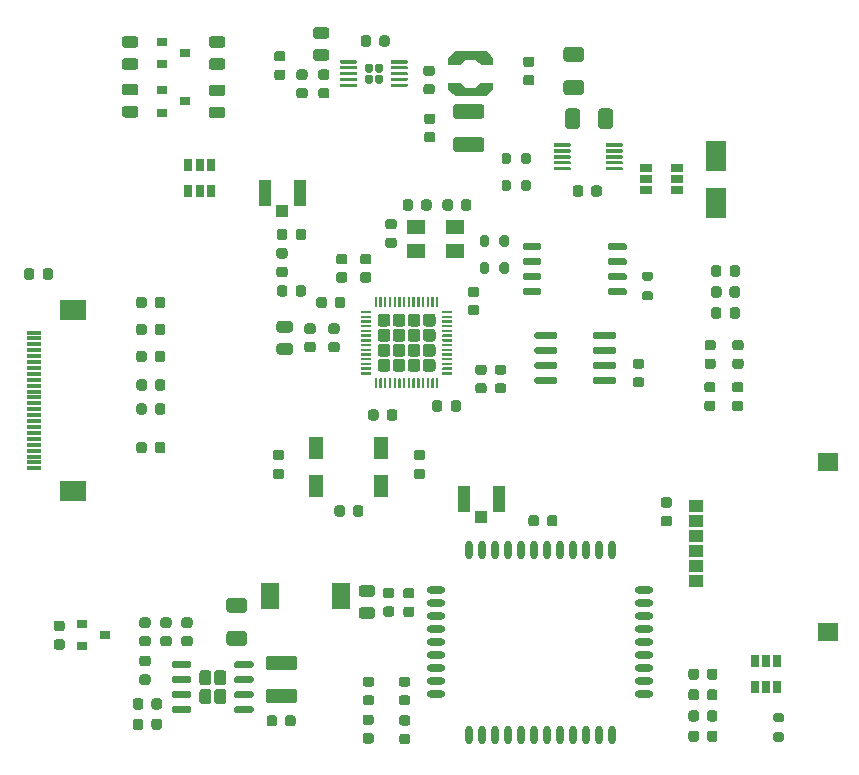
<source format=gbr>
G04 #@! TF.GenerationSoftware,KiCad,Pcbnew,5.1.9-73d0e3b20d~88~ubuntu20.04.1*
G04 #@! TF.CreationDate,2020-12-28T11:38:45+01:00*
G04 #@! TF.ProjectId,cam,63616d2e-6b69-4636-9164-5f7063625858,rev?*
G04 #@! TF.SameCoordinates,Original*
G04 #@! TF.FileFunction,Paste,Top*
G04 #@! TF.FilePolarity,Positive*
%FSLAX46Y46*%
G04 Gerber Fmt 4.6, Leading zero omitted, Abs format (unit mm)*
G04 Created by KiCad (PCBNEW 5.1.9-73d0e3b20d~88~ubuntu20.04.1) date 2020-12-28 11:38:45*
%MOMM*%
%LPD*%
G01*
G04 APERTURE LIST*
%ADD10C,0.010000*%
%ADD11R,1.300000X1.900000*%
%ADD12R,1.300000X0.300000*%
%ADD13R,2.200000X1.800000*%
%ADD14O,1.600000X0.600000*%
%ADD15O,0.600000X1.600000*%
%ADD16R,1.600000X2.200000*%
%ADD17R,1.200000X1.000000*%
%ADD18R,1.700000X1.500000*%
%ADD19R,1.600000X1.300000*%
%ADD20R,0.650000X1.060000*%
%ADD21R,0.900000X0.800000*%
%ADD22R,1.000000X0.700000*%
%ADD23R,1.050000X2.200000*%
%ADD24R,1.000000X1.050000*%
%ADD25R,1.800000X2.500000*%
G04 APERTURE END LIST*
D10*
G36*
X137199600Y-56500300D02*
G01*
X137199600Y-55975300D01*
X137724600Y-55450300D01*
X140374600Y-55450300D01*
X140899600Y-55975300D01*
X140899600Y-56500300D01*
X139934600Y-56500300D01*
X139490100Y-56050300D01*
X138609100Y-56050300D01*
X138164600Y-56500300D01*
X137199600Y-56500300D01*
G37*
X137199600Y-56500300D02*
X137199600Y-55975300D01*
X137724600Y-55450300D01*
X140374600Y-55450300D01*
X140899600Y-55975300D01*
X140899600Y-56500300D01*
X139934600Y-56500300D01*
X139490100Y-56050300D01*
X138609100Y-56050300D01*
X138164600Y-56500300D01*
X137199600Y-56500300D01*
G36*
X137199600Y-58100300D02*
G01*
X137199600Y-58625300D01*
X137724600Y-59150300D01*
X140374600Y-59150300D01*
X140899600Y-58625300D01*
X140899600Y-58100300D01*
X139934600Y-58100300D01*
X139490100Y-58550300D01*
X138609100Y-58550300D01*
X138164600Y-58100300D01*
X137199600Y-58100300D01*
G37*
X137199600Y-58100300D02*
X137199600Y-58625300D01*
X137724600Y-59150300D01*
X140374600Y-59150300D01*
X140899600Y-58625300D01*
X140899600Y-58100300D01*
X139934600Y-58100300D01*
X139490100Y-58550300D01*
X138609100Y-58550300D01*
X138164600Y-58100300D01*
X137199600Y-58100300D01*
G36*
G01*
X145078800Y-75643600D02*
X145078800Y-75943600D01*
G75*
G02*
X144928800Y-76093600I-150000J0D01*
G01*
X143628800Y-76093600D01*
G75*
G02*
X143478800Y-75943600I0J150000D01*
G01*
X143478800Y-75643600D01*
G75*
G02*
X143628800Y-75493600I150000J0D01*
G01*
X144928800Y-75493600D01*
G75*
G02*
X145078800Y-75643600I0J-150000D01*
G01*
G37*
G36*
G01*
X145078800Y-74373600D02*
X145078800Y-74673600D01*
G75*
G02*
X144928800Y-74823600I-150000J0D01*
G01*
X143628800Y-74823600D01*
G75*
G02*
X143478800Y-74673600I0J150000D01*
G01*
X143478800Y-74373600D01*
G75*
G02*
X143628800Y-74223600I150000J0D01*
G01*
X144928800Y-74223600D01*
G75*
G02*
X145078800Y-74373600I0J-150000D01*
G01*
G37*
G36*
G01*
X145078800Y-73103600D02*
X145078800Y-73403600D01*
G75*
G02*
X144928800Y-73553600I-150000J0D01*
G01*
X143628800Y-73553600D01*
G75*
G02*
X143478800Y-73403600I0J150000D01*
G01*
X143478800Y-73103600D01*
G75*
G02*
X143628800Y-72953600I150000J0D01*
G01*
X144928800Y-72953600D01*
G75*
G02*
X145078800Y-73103600I0J-150000D01*
G01*
G37*
G36*
G01*
X145078800Y-71833600D02*
X145078800Y-72133600D01*
G75*
G02*
X144928800Y-72283600I-150000J0D01*
G01*
X143628800Y-72283600D01*
G75*
G02*
X143478800Y-72133600I0J150000D01*
G01*
X143478800Y-71833600D01*
G75*
G02*
X143628800Y-71683600I150000J0D01*
G01*
X144928800Y-71683600D01*
G75*
G02*
X145078800Y-71833600I0J-150000D01*
G01*
G37*
G36*
G01*
X152278800Y-71833600D02*
X152278800Y-72133600D01*
G75*
G02*
X152128800Y-72283600I-150000J0D01*
G01*
X150828800Y-72283600D01*
G75*
G02*
X150678800Y-72133600I0J150000D01*
G01*
X150678800Y-71833600D01*
G75*
G02*
X150828800Y-71683600I150000J0D01*
G01*
X152128800Y-71683600D01*
G75*
G02*
X152278800Y-71833600I0J-150000D01*
G01*
G37*
G36*
G01*
X152278800Y-73103600D02*
X152278800Y-73403600D01*
G75*
G02*
X152128800Y-73553600I-150000J0D01*
G01*
X150828800Y-73553600D01*
G75*
G02*
X150678800Y-73403600I0J150000D01*
G01*
X150678800Y-73103600D01*
G75*
G02*
X150828800Y-72953600I150000J0D01*
G01*
X152128800Y-72953600D01*
G75*
G02*
X152278800Y-73103600I0J-150000D01*
G01*
G37*
G36*
G01*
X152278800Y-74373600D02*
X152278800Y-74673600D01*
G75*
G02*
X152128800Y-74823600I-150000J0D01*
G01*
X150828800Y-74823600D01*
G75*
G02*
X150678800Y-74673600I0J150000D01*
G01*
X150678800Y-74373600D01*
G75*
G02*
X150828800Y-74223600I150000J0D01*
G01*
X152128800Y-74223600D01*
G75*
G02*
X152278800Y-74373600I0J-150000D01*
G01*
G37*
G36*
G01*
X152278800Y-75643600D02*
X152278800Y-75943600D01*
G75*
G02*
X152128800Y-76093600I-150000J0D01*
G01*
X150828800Y-76093600D01*
G75*
G02*
X150678800Y-75943600I0J150000D01*
G01*
X150678800Y-75643600D01*
G75*
G02*
X150828800Y-75493600I150000J0D01*
G01*
X152128800Y-75493600D01*
G75*
G02*
X152278800Y-75643600I0J-150000D01*
G01*
G37*
G36*
G01*
X146429600Y-83162000D02*
X146429600Y-83462000D01*
G75*
G02*
X146279600Y-83612000I-150000J0D01*
G01*
X144629600Y-83612000D01*
G75*
G02*
X144479600Y-83462000I0J150000D01*
G01*
X144479600Y-83162000D01*
G75*
G02*
X144629600Y-83012000I150000J0D01*
G01*
X146279600Y-83012000D01*
G75*
G02*
X146429600Y-83162000I0J-150000D01*
G01*
G37*
G36*
G01*
X146429600Y-81892000D02*
X146429600Y-82192000D01*
G75*
G02*
X146279600Y-82342000I-150000J0D01*
G01*
X144629600Y-82342000D01*
G75*
G02*
X144479600Y-82192000I0J150000D01*
G01*
X144479600Y-81892000D01*
G75*
G02*
X144629600Y-81742000I150000J0D01*
G01*
X146279600Y-81742000D01*
G75*
G02*
X146429600Y-81892000I0J-150000D01*
G01*
G37*
G36*
G01*
X146429600Y-80622000D02*
X146429600Y-80922000D01*
G75*
G02*
X146279600Y-81072000I-150000J0D01*
G01*
X144629600Y-81072000D01*
G75*
G02*
X144479600Y-80922000I0J150000D01*
G01*
X144479600Y-80622000D01*
G75*
G02*
X144629600Y-80472000I150000J0D01*
G01*
X146279600Y-80472000D01*
G75*
G02*
X146429600Y-80622000I0J-150000D01*
G01*
G37*
G36*
G01*
X146429600Y-79352000D02*
X146429600Y-79652000D01*
G75*
G02*
X146279600Y-79802000I-150000J0D01*
G01*
X144629600Y-79802000D01*
G75*
G02*
X144479600Y-79652000I0J150000D01*
G01*
X144479600Y-79352000D01*
G75*
G02*
X144629600Y-79202000I150000J0D01*
G01*
X146279600Y-79202000D01*
G75*
G02*
X146429600Y-79352000I0J-150000D01*
G01*
G37*
G36*
G01*
X151379600Y-79352000D02*
X151379600Y-79652000D01*
G75*
G02*
X151229600Y-79802000I-150000J0D01*
G01*
X149579600Y-79802000D01*
G75*
G02*
X149429600Y-79652000I0J150000D01*
G01*
X149429600Y-79352000D01*
G75*
G02*
X149579600Y-79202000I150000J0D01*
G01*
X151229600Y-79202000D01*
G75*
G02*
X151379600Y-79352000I0J-150000D01*
G01*
G37*
G36*
G01*
X151379600Y-80622000D02*
X151379600Y-80922000D01*
G75*
G02*
X151229600Y-81072000I-150000J0D01*
G01*
X149579600Y-81072000D01*
G75*
G02*
X149429600Y-80922000I0J150000D01*
G01*
X149429600Y-80622000D01*
G75*
G02*
X149579600Y-80472000I150000J0D01*
G01*
X151229600Y-80472000D01*
G75*
G02*
X151379600Y-80622000I0J-150000D01*
G01*
G37*
G36*
G01*
X151379600Y-81892000D02*
X151379600Y-82192000D01*
G75*
G02*
X151229600Y-82342000I-150000J0D01*
G01*
X149579600Y-82342000D01*
G75*
G02*
X149429600Y-82192000I0J150000D01*
G01*
X149429600Y-81892000D01*
G75*
G02*
X149579600Y-81742000I150000J0D01*
G01*
X151229600Y-81742000D01*
G75*
G02*
X151379600Y-81892000I0J-150000D01*
G01*
G37*
G36*
G01*
X151379600Y-83162000D02*
X151379600Y-83462000D01*
G75*
G02*
X151229600Y-83612000I-150000J0D01*
G01*
X149579600Y-83612000D01*
G75*
G02*
X149429600Y-83462000I0J150000D01*
G01*
X149429600Y-83162000D01*
G75*
G02*
X149579600Y-83012000I150000J0D01*
G01*
X151229600Y-83012000D01*
G75*
G02*
X151379600Y-83162000I0J-150000D01*
G01*
G37*
G36*
G01*
X161427450Y-85020900D02*
X161939950Y-85020900D01*
G75*
G02*
X162158700Y-85239650I0J-218750D01*
G01*
X162158700Y-85677150D01*
G75*
G02*
X161939950Y-85895900I-218750J0D01*
G01*
X161427450Y-85895900D01*
G75*
G02*
X161208700Y-85677150I0J218750D01*
G01*
X161208700Y-85239650D01*
G75*
G02*
X161427450Y-85020900I218750J0D01*
G01*
G37*
G36*
G01*
X161427450Y-83445900D02*
X161939950Y-83445900D01*
G75*
G02*
X162158700Y-83664650I0J-218750D01*
G01*
X162158700Y-84102150D01*
G75*
G02*
X161939950Y-84320900I-218750J0D01*
G01*
X161427450Y-84320900D01*
G75*
G02*
X161208700Y-84102150I0J218750D01*
G01*
X161208700Y-83664650D01*
G75*
G02*
X161427450Y-83445900I218750J0D01*
G01*
G37*
G36*
G01*
X159590450Y-84320900D02*
X159077950Y-84320900D01*
G75*
G02*
X158859200Y-84102150I0J218750D01*
G01*
X158859200Y-83664650D01*
G75*
G02*
X159077950Y-83445900I218750J0D01*
G01*
X159590450Y-83445900D01*
G75*
G02*
X159809200Y-83664650I0J-218750D01*
G01*
X159809200Y-84102150D01*
G75*
G02*
X159590450Y-84320900I-218750J0D01*
G01*
G37*
G36*
G01*
X159590450Y-85895900D02*
X159077950Y-85895900D01*
G75*
G02*
X158859200Y-85677150I0J218750D01*
G01*
X158859200Y-85239650D01*
G75*
G02*
X159077950Y-85020900I218750J0D01*
G01*
X159590450Y-85020900D01*
G75*
G02*
X159809200Y-85239650I0J-218750D01*
G01*
X159809200Y-85677150D01*
G75*
G02*
X159590450Y-85895900I-218750J0D01*
G01*
G37*
D11*
X126018000Y-89003900D03*
X131518000Y-89003900D03*
X131518000Y-92203900D03*
X126018000Y-92203900D03*
D12*
X102150000Y-79250000D03*
X102150000Y-79750000D03*
X102150000Y-80250000D03*
X102150000Y-80750000D03*
X102150000Y-81250000D03*
X102150000Y-81750000D03*
X102150000Y-82250000D03*
X102150000Y-82750000D03*
X102150000Y-83250000D03*
X102150000Y-83750000D03*
X102150000Y-84250000D03*
X102150000Y-84750000D03*
X102150000Y-85250000D03*
X102150000Y-85750000D03*
X102150000Y-86250000D03*
X102150000Y-86750000D03*
X102150000Y-87250000D03*
X102150000Y-87750000D03*
X102150000Y-88250000D03*
X102150000Y-88750000D03*
X102150000Y-89250000D03*
X102150000Y-89750000D03*
X102150000Y-90250000D03*
X102150000Y-90750000D03*
D13*
X105400000Y-92650000D03*
X105400000Y-77350000D03*
G36*
G01*
X160980000Y-76069000D02*
X160980000Y-75569000D01*
G75*
G02*
X161205000Y-75344000I225000J0D01*
G01*
X161655000Y-75344000D01*
G75*
G02*
X161880000Y-75569000I0J-225000D01*
G01*
X161880000Y-76069000D01*
G75*
G02*
X161655000Y-76294000I-225000J0D01*
G01*
X161205000Y-76294000D01*
G75*
G02*
X160980000Y-76069000I0J225000D01*
G01*
G37*
G36*
G01*
X159430000Y-76069000D02*
X159430000Y-75569000D01*
G75*
G02*
X159655000Y-75344000I225000J0D01*
G01*
X160105000Y-75344000D01*
G75*
G02*
X160330000Y-75569000I0J-225000D01*
G01*
X160330000Y-76069000D01*
G75*
G02*
X160105000Y-76294000I-225000J0D01*
G01*
X159655000Y-76294000D01*
G75*
G02*
X159430000Y-76069000I0J225000D01*
G01*
G37*
G36*
G01*
X135025083Y-82316317D02*
X135025083Y-81731883D01*
G75*
G02*
X135275083Y-81481883I250000J0D01*
G01*
X135859517Y-81481883D01*
G75*
G02*
X136109517Y-81731883I0J-250000D01*
G01*
X136109517Y-82316317D01*
G75*
G02*
X135859517Y-82566317I-250000J0D01*
G01*
X135275083Y-82566317D01*
G75*
G02*
X135025083Y-82316317I0J250000D01*
G01*
G37*
G36*
G01*
X135025083Y-81041317D02*
X135025083Y-80456883D01*
G75*
G02*
X135275083Y-80206883I250000J0D01*
G01*
X135859517Y-80206883D01*
G75*
G02*
X136109517Y-80456883I0J-250000D01*
G01*
X136109517Y-81041317D01*
G75*
G02*
X135859517Y-81291317I-250000J0D01*
G01*
X135275083Y-81291317D01*
G75*
G02*
X135025083Y-81041317I0J250000D01*
G01*
G37*
G36*
G01*
X135025083Y-79766317D02*
X135025083Y-79181883D01*
G75*
G02*
X135275083Y-78931883I250000J0D01*
G01*
X135859517Y-78931883D01*
G75*
G02*
X136109517Y-79181883I0J-250000D01*
G01*
X136109517Y-79766317D01*
G75*
G02*
X135859517Y-80016317I-250000J0D01*
G01*
X135275083Y-80016317D01*
G75*
G02*
X135025083Y-79766317I0J250000D01*
G01*
G37*
G36*
G01*
X135025083Y-78491317D02*
X135025083Y-77906883D01*
G75*
G02*
X135275083Y-77656883I250000J0D01*
G01*
X135859517Y-77656883D01*
G75*
G02*
X136109517Y-77906883I0J-250000D01*
G01*
X136109517Y-78491317D01*
G75*
G02*
X135859517Y-78741317I-250000J0D01*
G01*
X135275083Y-78741317D01*
G75*
G02*
X135025083Y-78491317I0J250000D01*
G01*
G37*
G36*
G01*
X133750083Y-82316317D02*
X133750083Y-81731883D01*
G75*
G02*
X134000083Y-81481883I250000J0D01*
G01*
X134584517Y-81481883D01*
G75*
G02*
X134834517Y-81731883I0J-250000D01*
G01*
X134834517Y-82316317D01*
G75*
G02*
X134584517Y-82566317I-250000J0D01*
G01*
X134000083Y-82566317D01*
G75*
G02*
X133750083Y-82316317I0J250000D01*
G01*
G37*
G36*
G01*
X133750083Y-81041317D02*
X133750083Y-80456883D01*
G75*
G02*
X134000083Y-80206883I250000J0D01*
G01*
X134584517Y-80206883D01*
G75*
G02*
X134834517Y-80456883I0J-250000D01*
G01*
X134834517Y-81041317D01*
G75*
G02*
X134584517Y-81291317I-250000J0D01*
G01*
X134000083Y-81291317D01*
G75*
G02*
X133750083Y-81041317I0J250000D01*
G01*
G37*
G36*
G01*
X133750083Y-79766317D02*
X133750083Y-79181883D01*
G75*
G02*
X134000083Y-78931883I250000J0D01*
G01*
X134584517Y-78931883D01*
G75*
G02*
X134834517Y-79181883I0J-250000D01*
G01*
X134834517Y-79766317D01*
G75*
G02*
X134584517Y-80016317I-250000J0D01*
G01*
X134000083Y-80016317D01*
G75*
G02*
X133750083Y-79766317I0J250000D01*
G01*
G37*
G36*
G01*
X133750083Y-78491317D02*
X133750083Y-77906883D01*
G75*
G02*
X134000083Y-77656883I250000J0D01*
G01*
X134584517Y-77656883D01*
G75*
G02*
X134834517Y-77906883I0J-250000D01*
G01*
X134834517Y-78491317D01*
G75*
G02*
X134584517Y-78741317I-250000J0D01*
G01*
X134000083Y-78741317D01*
G75*
G02*
X133750083Y-78491317I0J250000D01*
G01*
G37*
G36*
G01*
X132475083Y-82316317D02*
X132475083Y-81731883D01*
G75*
G02*
X132725083Y-81481883I250000J0D01*
G01*
X133309517Y-81481883D01*
G75*
G02*
X133559517Y-81731883I0J-250000D01*
G01*
X133559517Y-82316317D01*
G75*
G02*
X133309517Y-82566317I-250000J0D01*
G01*
X132725083Y-82566317D01*
G75*
G02*
X132475083Y-82316317I0J250000D01*
G01*
G37*
G36*
G01*
X132475083Y-81041317D02*
X132475083Y-80456883D01*
G75*
G02*
X132725083Y-80206883I250000J0D01*
G01*
X133309517Y-80206883D01*
G75*
G02*
X133559517Y-80456883I0J-250000D01*
G01*
X133559517Y-81041317D01*
G75*
G02*
X133309517Y-81291317I-250000J0D01*
G01*
X132725083Y-81291317D01*
G75*
G02*
X132475083Y-81041317I0J250000D01*
G01*
G37*
G36*
G01*
X132475083Y-79766317D02*
X132475083Y-79181883D01*
G75*
G02*
X132725083Y-78931883I250000J0D01*
G01*
X133309517Y-78931883D01*
G75*
G02*
X133559517Y-79181883I0J-250000D01*
G01*
X133559517Y-79766317D01*
G75*
G02*
X133309517Y-80016317I-250000J0D01*
G01*
X132725083Y-80016317D01*
G75*
G02*
X132475083Y-79766317I0J250000D01*
G01*
G37*
G36*
G01*
X132475083Y-78491317D02*
X132475083Y-77906883D01*
G75*
G02*
X132725083Y-77656883I250000J0D01*
G01*
X133309517Y-77656883D01*
G75*
G02*
X133559517Y-77906883I0J-250000D01*
G01*
X133559517Y-78491317D01*
G75*
G02*
X133309517Y-78741317I-250000J0D01*
G01*
X132725083Y-78741317D01*
G75*
G02*
X132475083Y-78491317I0J250000D01*
G01*
G37*
G36*
G01*
X131200083Y-82316317D02*
X131200083Y-81731883D01*
G75*
G02*
X131450083Y-81481883I250000J0D01*
G01*
X132034517Y-81481883D01*
G75*
G02*
X132284517Y-81731883I0J-250000D01*
G01*
X132284517Y-82316317D01*
G75*
G02*
X132034517Y-82566317I-250000J0D01*
G01*
X131450083Y-82566317D01*
G75*
G02*
X131200083Y-82316317I0J250000D01*
G01*
G37*
G36*
G01*
X131200083Y-81041317D02*
X131200083Y-80456883D01*
G75*
G02*
X131450083Y-80206883I250000J0D01*
G01*
X132034517Y-80206883D01*
G75*
G02*
X132284517Y-80456883I0J-250000D01*
G01*
X132284517Y-81041317D01*
G75*
G02*
X132034517Y-81291317I-250000J0D01*
G01*
X131450083Y-81291317D01*
G75*
G02*
X131200083Y-81041317I0J250000D01*
G01*
G37*
G36*
G01*
X131200083Y-79766317D02*
X131200083Y-79181883D01*
G75*
G02*
X131450083Y-78931883I250000J0D01*
G01*
X132034517Y-78931883D01*
G75*
G02*
X132284517Y-79181883I0J-250000D01*
G01*
X132284517Y-79766317D01*
G75*
G02*
X132034517Y-80016317I-250000J0D01*
G01*
X131450083Y-80016317D01*
G75*
G02*
X131200083Y-79766317I0J250000D01*
G01*
G37*
G36*
G01*
X131200083Y-78491317D02*
X131200083Y-77906883D01*
G75*
G02*
X131450083Y-77656883I250000J0D01*
G01*
X132034517Y-77656883D01*
G75*
G02*
X132284517Y-77906883I0J-250000D01*
G01*
X132284517Y-78491317D01*
G75*
G02*
X132034517Y-78741317I-250000J0D01*
G01*
X131450083Y-78741317D01*
G75*
G02*
X131200083Y-78491317I0J250000D01*
G01*
G37*
G36*
G01*
X130954800Y-77061600D02*
X130954800Y-76286600D01*
G75*
G02*
X131004800Y-76236600I50000J0D01*
G01*
X131104800Y-76236600D01*
G75*
G02*
X131154800Y-76286600I0J-50000D01*
G01*
X131154800Y-77061600D01*
G75*
G02*
X131104800Y-77111600I-50000J0D01*
G01*
X131004800Y-77111600D01*
G75*
G02*
X130954800Y-77061600I0J50000D01*
G01*
G37*
G36*
G01*
X131354800Y-77061600D02*
X131354800Y-76286600D01*
G75*
G02*
X131404800Y-76236600I50000J0D01*
G01*
X131504800Y-76236600D01*
G75*
G02*
X131554800Y-76286600I0J-50000D01*
G01*
X131554800Y-77061600D01*
G75*
G02*
X131504800Y-77111600I-50000J0D01*
G01*
X131404800Y-77111600D01*
G75*
G02*
X131354800Y-77061600I0J50000D01*
G01*
G37*
G36*
G01*
X131754800Y-77061600D02*
X131754800Y-76286600D01*
G75*
G02*
X131804800Y-76236600I50000J0D01*
G01*
X131904800Y-76236600D01*
G75*
G02*
X131954800Y-76286600I0J-50000D01*
G01*
X131954800Y-77061600D01*
G75*
G02*
X131904800Y-77111600I-50000J0D01*
G01*
X131804800Y-77111600D01*
G75*
G02*
X131754800Y-77061600I0J50000D01*
G01*
G37*
G36*
G01*
X132154800Y-77061600D02*
X132154800Y-76286600D01*
G75*
G02*
X132204800Y-76236600I50000J0D01*
G01*
X132304800Y-76236600D01*
G75*
G02*
X132354800Y-76286600I0J-50000D01*
G01*
X132354800Y-77061600D01*
G75*
G02*
X132304800Y-77111600I-50000J0D01*
G01*
X132204800Y-77111600D01*
G75*
G02*
X132154800Y-77061600I0J50000D01*
G01*
G37*
G36*
G01*
X132554800Y-77061600D02*
X132554800Y-76286600D01*
G75*
G02*
X132604800Y-76236600I50000J0D01*
G01*
X132704800Y-76236600D01*
G75*
G02*
X132754800Y-76286600I0J-50000D01*
G01*
X132754800Y-77061600D01*
G75*
G02*
X132704800Y-77111600I-50000J0D01*
G01*
X132604800Y-77111600D01*
G75*
G02*
X132554800Y-77061600I0J50000D01*
G01*
G37*
G36*
G01*
X132954800Y-77061600D02*
X132954800Y-76286600D01*
G75*
G02*
X133004800Y-76236600I50000J0D01*
G01*
X133104800Y-76236600D01*
G75*
G02*
X133154800Y-76286600I0J-50000D01*
G01*
X133154800Y-77061600D01*
G75*
G02*
X133104800Y-77111600I-50000J0D01*
G01*
X133004800Y-77111600D01*
G75*
G02*
X132954800Y-77061600I0J50000D01*
G01*
G37*
G36*
G01*
X133354800Y-77061600D02*
X133354800Y-76286600D01*
G75*
G02*
X133404800Y-76236600I50000J0D01*
G01*
X133504800Y-76236600D01*
G75*
G02*
X133554800Y-76286600I0J-50000D01*
G01*
X133554800Y-77061600D01*
G75*
G02*
X133504800Y-77111600I-50000J0D01*
G01*
X133404800Y-77111600D01*
G75*
G02*
X133354800Y-77061600I0J50000D01*
G01*
G37*
G36*
G01*
X133754800Y-77061600D02*
X133754800Y-76286600D01*
G75*
G02*
X133804800Y-76236600I50000J0D01*
G01*
X133904800Y-76236600D01*
G75*
G02*
X133954800Y-76286600I0J-50000D01*
G01*
X133954800Y-77061600D01*
G75*
G02*
X133904800Y-77111600I-50000J0D01*
G01*
X133804800Y-77111600D01*
G75*
G02*
X133754800Y-77061600I0J50000D01*
G01*
G37*
G36*
G01*
X134154800Y-77061600D02*
X134154800Y-76286600D01*
G75*
G02*
X134204800Y-76236600I50000J0D01*
G01*
X134304800Y-76236600D01*
G75*
G02*
X134354800Y-76286600I0J-50000D01*
G01*
X134354800Y-77061600D01*
G75*
G02*
X134304800Y-77111600I-50000J0D01*
G01*
X134204800Y-77111600D01*
G75*
G02*
X134154800Y-77061600I0J50000D01*
G01*
G37*
G36*
G01*
X134554800Y-77061600D02*
X134554800Y-76286600D01*
G75*
G02*
X134604800Y-76236600I50000J0D01*
G01*
X134704800Y-76236600D01*
G75*
G02*
X134754800Y-76286600I0J-50000D01*
G01*
X134754800Y-77061600D01*
G75*
G02*
X134704800Y-77111600I-50000J0D01*
G01*
X134604800Y-77111600D01*
G75*
G02*
X134554800Y-77061600I0J50000D01*
G01*
G37*
G36*
G01*
X134954800Y-77061600D02*
X134954800Y-76286600D01*
G75*
G02*
X135004800Y-76236600I50000J0D01*
G01*
X135104800Y-76236600D01*
G75*
G02*
X135154800Y-76286600I0J-50000D01*
G01*
X135154800Y-77061600D01*
G75*
G02*
X135104800Y-77111600I-50000J0D01*
G01*
X135004800Y-77111600D01*
G75*
G02*
X134954800Y-77061600I0J50000D01*
G01*
G37*
G36*
G01*
X135354800Y-77061600D02*
X135354800Y-76286600D01*
G75*
G02*
X135404800Y-76236600I50000J0D01*
G01*
X135504800Y-76236600D01*
G75*
G02*
X135554800Y-76286600I0J-50000D01*
G01*
X135554800Y-77061600D01*
G75*
G02*
X135504800Y-77111600I-50000J0D01*
G01*
X135404800Y-77111600D01*
G75*
G02*
X135354800Y-77061600I0J50000D01*
G01*
G37*
G36*
G01*
X135754800Y-77061600D02*
X135754800Y-76286600D01*
G75*
G02*
X135804800Y-76236600I50000J0D01*
G01*
X135904800Y-76236600D01*
G75*
G02*
X135954800Y-76286600I0J-50000D01*
G01*
X135954800Y-77061600D01*
G75*
G02*
X135904800Y-77111600I-50000J0D01*
G01*
X135804800Y-77111600D01*
G75*
G02*
X135754800Y-77061600I0J50000D01*
G01*
G37*
G36*
G01*
X136154800Y-77061600D02*
X136154800Y-76286600D01*
G75*
G02*
X136204800Y-76236600I50000J0D01*
G01*
X136304800Y-76236600D01*
G75*
G02*
X136354800Y-76286600I0J-50000D01*
G01*
X136354800Y-77061600D01*
G75*
G02*
X136304800Y-77111600I-50000J0D01*
G01*
X136204800Y-77111600D01*
G75*
G02*
X136154800Y-77061600I0J50000D01*
G01*
G37*
G36*
G01*
X136654800Y-77561600D02*
X136654800Y-77461600D01*
G75*
G02*
X136704800Y-77411600I50000J0D01*
G01*
X137479800Y-77411600D01*
G75*
G02*
X137529800Y-77461600I0J-50000D01*
G01*
X137529800Y-77561600D01*
G75*
G02*
X137479800Y-77611600I-50000J0D01*
G01*
X136704800Y-77611600D01*
G75*
G02*
X136654800Y-77561600I0J50000D01*
G01*
G37*
G36*
G01*
X136654800Y-77961600D02*
X136654800Y-77861600D01*
G75*
G02*
X136704800Y-77811600I50000J0D01*
G01*
X137479800Y-77811600D01*
G75*
G02*
X137529800Y-77861600I0J-50000D01*
G01*
X137529800Y-77961600D01*
G75*
G02*
X137479800Y-78011600I-50000J0D01*
G01*
X136704800Y-78011600D01*
G75*
G02*
X136654800Y-77961600I0J50000D01*
G01*
G37*
G36*
G01*
X136654800Y-78361600D02*
X136654800Y-78261600D01*
G75*
G02*
X136704800Y-78211600I50000J0D01*
G01*
X137479800Y-78211600D01*
G75*
G02*
X137529800Y-78261600I0J-50000D01*
G01*
X137529800Y-78361600D01*
G75*
G02*
X137479800Y-78411600I-50000J0D01*
G01*
X136704800Y-78411600D01*
G75*
G02*
X136654800Y-78361600I0J50000D01*
G01*
G37*
G36*
G01*
X136654800Y-78761600D02*
X136654800Y-78661600D01*
G75*
G02*
X136704800Y-78611600I50000J0D01*
G01*
X137479800Y-78611600D01*
G75*
G02*
X137529800Y-78661600I0J-50000D01*
G01*
X137529800Y-78761600D01*
G75*
G02*
X137479800Y-78811600I-50000J0D01*
G01*
X136704800Y-78811600D01*
G75*
G02*
X136654800Y-78761600I0J50000D01*
G01*
G37*
G36*
G01*
X136654800Y-79161600D02*
X136654800Y-79061600D01*
G75*
G02*
X136704800Y-79011600I50000J0D01*
G01*
X137479800Y-79011600D01*
G75*
G02*
X137529800Y-79061600I0J-50000D01*
G01*
X137529800Y-79161600D01*
G75*
G02*
X137479800Y-79211600I-50000J0D01*
G01*
X136704800Y-79211600D01*
G75*
G02*
X136654800Y-79161600I0J50000D01*
G01*
G37*
G36*
G01*
X136654800Y-79561600D02*
X136654800Y-79461600D01*
G75*
G02*
X136704800Y-79411600I50000J0D01*
G01*
X137479800Y-79411600D01*
G75*
G02*
X137529800Y-79461600I0J-50000D01*
G01*
X137529800Y-79561600D01*
G75*
G02*
X137479800Y-79611600I-50000J0D01*
G01*
X136704800Y-79611600D01*
G75*
G02*
X136654800Y-79561600I0J50000D01*
G01*
G37*
G36*
G01*
X136654800Y-79961600D02*
X136654800Y-79861600D01*
G75*
G02*
X136704800Y-79811600I50000J0D01*
G01*
X137479800Y-79811600D01*
G75*
G02*
X137529800Y-79861600I0J-50000D01*
G01*
X137529800Y-79961600D01*
G75*
G02*
X137479800Y-80011600I-50000J0D01*
G01*
X136704800Y-80011600D01*
G75*
G02*
X136654800Y-79961600I0J50000D01*
G01*
G37*
G36*
G01*
X136654800Y-80361600D02*
X136654800Y-80261600D01*
G75*
G02*
X136704800Y-80211600I50000J0D01*
G01*
X137479800Y-80211600D01*
G75*
G02*
X137529800Y-80261600I0J-50000D01*
G01*
X137529800Y-80361600D01*
G75*
G02*
X137479800Y-80411600I-50000J0D01*
G01*
X136704800Y-80411600D01*
G75*
G02*
X136654800Y-80361600I0J50000D01*
G01*
G37*
G36*
G01*
X136654800Y-80761600D02*
X136654800Y-80661600D01*
G75*
G02*
X136704800Y-80611600I50000J0D01*
G01*
X137479800Y-80611600D01*
G75*
G02*
X137529800Y-80661600I0J-50000D01*
G01*
X137529800Y-80761600D01*
G75*
G02*
X137479800Y-80811600I-50000J0D01*
G01*
X136704800Y-80811600D01*
G75*
G02*
X136654800Y-80761600I0J50000D01*
G01*
G37*
G36*
G01*
X136654800Y-81161600D02*
X136654800Y-81061600D01*
G75*
G02*
X136704800Y-81011600I50000J0D01*
G01*
X137479800Y-81011600D01*
G75*
G02*
X137529800Y-81061600I0J-50000D01*
G01*
X137529800Y-81161600D01*
G75*
G02*
X137479800Y-81211600I-50000J0D01*
G01*
X136704800Y-81211600D01*
G75*
G02*
X136654800Y-81161600I0J50000D01*
G01*
G37*
G36*
G01*
X136654800Y-81561600D02*
X136654800Y-81461600D01*
G75*
G02*
X136704800Y-81411600I50000J0D01*
G01*
X137479800Y-81411600D01*
G75*
G02*
X137529800Y-81461600I0J-50000D01*
G01*
X137529800Y-81561600D01*
G75*
G02*
X137479800Y-81611600I-50000J0D01*
G01*
X136704800Y-81611600D01*
G75*
G02*
X136654800Y-81561600I0J50000D01*
G01*
G37*
G36*
G01*
X136654800Y-81961600D02*
X136654800Y-81861600D01*
G75*
G02*
X136704800Y-81811600I50000J0D01*
G01*
X137479800Y-81811600D01*
G75*
G02*
X137529800Y-81861600I0J-50000D01*
G01*
X137529800Y-81961600D01*
G75*
G02*
X137479800Y-82011600I-50000J0D01*
G01*
X136704800Y-82011600D01*
G75*
G02*
X136654800Y-81961600I0J50000D01*
G01*
G37*
G36*
G01*
X136654800Y-82361600D02*
X136654800Y-82261600D01*
G75*
G02*
X136704800Y-82211600I50000J0D01*
G01*
X137479800Y-82211600D01*
G75*
G02*
X137529800Y-82261600I0J-50000D01*
G01*
X137529800Y-82361600D01*
G75*
G02*
X137479800Y-82411600I-50000J0D01*
G01*
X136704800Y-82411600D01*
G75*
G02*
X136654800Y-82361600I0J50000D01*
G01*
G37*
G36*
G01*
X136654800Y-82761600D02*
X136654800Y-82661600D01*
G75*
G02*
X136704800Y-82611600I50000J0D01*
G01*
X137479800Y-82611600D01*
G75*
G02*
X137529800Y-82661600I0J-50000D01*
G01*
X137529800Y-82761600D01*
G75*
G02*
X137479800Y-82811600I-50000J0D01*
G01*
X136704800Y-82811600D01*
G75*
G02*
X136654800Y-82761600I0J50000D01*
G01*
G37*
G36*
G01*
X136154800Y-83936600D02*
X136154800Y-83161600D01*
G75*
G02*
X136204800Y-83111600I50000J0D01*
G01*
X136304800Y-83111600D01*
G75*
G02*
X136354800Y-83161600I0J-50000D01*
G01*
X136354800Y-83936600D01*
G75*
G02*
X136304800Y-83986600I-50000J0D01*
G01*
X136204800Y-83986600D01*
G75*
G02*
X136154800Y-83936600I0J50000D01*
G01*
G37*
G36*
G01*
X135754800Y-83936600D02*
X135754800Y-83161600D01*
G75*
G02*
X135804800Y-83111600I50000J0D01*
G01*
X135904800Y-83111600D01*
G75*
G02*
X135954800Y-83161600I0J-50000D01*
G01*
X135954800Y-83936600D01*
G75*
G02*
X135904800Y-83986600I-50000J0D01*
G01*
X135804800Y-83986600D01*
G75*
G02*
X135754800Y-83936600I0J50000D01*
G01*
G37*
G36*
G01*
X135354800Y-83936600D02*
X135354800Y-83161600D01*
G75*
G02*
X135404800Y-83111600I50000J0D01*
G01*
X135504800Y-83111600D01*
G75*
G02*
X135554800Y-83161600I0J-50000D01*
G01*
X135554800Y-83936600D01*
G75*
G02*
X135504800Y-83986600I-50000J0D01*
G01*
X135404800Y-83986600D01*
G75*
G02*
X135354800Y-83936600I0J50000D01*
G01*
G37*
G36*
G01*
X134954800Y-83936600D02*
X134954800Y-83161600D01*
G75*
G02*
X135004800Y-83111600I50000J0D01*
G01*
X135104800Y-83111600D01*
G75*
G02*
X135154800Y-83161600I0J-50000D01*
G01*
X135154800Y-83936600D01*
G75*
G02*
X135104800Y-83986600I-50000J0D01*
G01*
X135004800Y-83986600D01*
G75*
G02*
X134954800Y-83936600I0J50000D01*
G01*
G37*
G36*
G01*
X134554800Y-83936600D02*
X134554800Y-83161600D01*
G75*
G02*
X134604800Y-83111600I50000J0D01*
G01*
X134704800Y-83111600D01*
G75*
G02*
X134754800Y-83161600I0J-50000D01*
G01*
X134754800Y-83936600D01*
G75*
G02*
X134704800Y-83986600I-50000J0D01*
G01*
X134604800Y-83986600D01*
G75*
G02*
X134554800Y-83936600I0J50000D01*
G01*
G37*
G36*
G01*
X134154800Y-83936600D02*
X134154800Y-83161600D01*
G75*
G02*
X134204800Y-83111600I50000J0D01*
G01*
X134304800Y-83111600D01*
G75*
G02*
X134354800Y-83161600I0J-50000D01*
G01*
X134354800Y-83936600D01*
G75*
G02*
X134304800Y-83986600I-50000J0D01*
G01*
X134204800Y-83986600D01*
G75*
G02*
X134154800Y-83936600I0J50000D01*
G01*
G37*
G36*
G01*
X133754800Y-83936600D02*
X133754800Y-83161600D01*
G75*
G02*
X133804800Y-83111600I50000J0D01*
G01*
X133904800Y-83111600D01*
G75*
G02*
X133954800Y-83161600I0J-50000D01*
G01*
X133954800Y-83936600D01*
G75*
G02*
X133904800Y-83986600I-50000J0D01*
G01*
X133804800Y-83986600D01*
G75*
G02*
X133754800Y-83936600I0J50000D01*
G01*
G37*
G36*
G01*
X133354800Y-83936600D02*
X133354800Y-83161600D01*
G75*
G02*
X133404800Y-83111600I50000J0D01*
G01*
X133504800Y-83111600D01*
G75*
G02*
X133554800Y-83161600I0J-50000D01*
G01*
X133554800Y-83936600D01*
G75*
G02*
X133504800Y-83986600I-50000J0D01*
G01*
X133404800Y-83986600D01*
G75*
G02*
X133354800Y-83936600I0J50000D01*
G01*
G37*
G36*
G01*
X132954800Y-83936600D02*
X132954800Y-83161600D01*
G75*
G02*
X133004800Y-83111600I50000J0D01*
G01*
X133104800Y-83111600D01*
G75*
G02*
X133154800Y-83161600I0J-50000D01*
G01*
X133154800Y-83936600D01*
G75*
G02*
X133104800Y-83986600I-50000J0D01*
G01*
X133004800Y-83986600D01*
G75*
G02*
X132954800Y-83936600I0J50000D01*
G01*
G37*
G36*
G01*
X132554800Y-83936600D02*
X132554800Y-83161600D01*
G75*
G02*
X132604800Y-83111600I50000J0D01*
G01*
X132704800Y-83111600D01*
G75*
G02*
X132754800Y-83161600I0J-50000D01*
G01*
X132754800Y-83936600D01*
G75*
G02*
X132704800Y-83986600I-50000J0D01*
G01*
X132604800Y-83986600D01*
G75*
G02*
X132554800Y-83936600I0J50000D01*
G01*
G37*
G36*
G01*
X132154800Y-83936600D02*
X132154800Y-83161600D01*
G75*
G02*
X132204800Y-83111600I50000J0D01*
G01*
X132304800Y-83111600D01*
G75*
G02*
X132354800Y-83161600I0J-50000D01*
G01*
X132354800Y-83936600D01*
G75*
G02*
X132304800Y-83986600I-50000J0D01*
G01*
X132204800Y-83986600D01*
G75*
G02*
X132154800Y-83936600I0J50000D01*
G01*
G37*
G36*
G01*
X131754800Y-83936600D02*
X131754800Y-83161600D01*
G75*
G02*
X131804800Y-83111600I50000J0D01*
G01*
X131904800Y-83111600D01*
G75*
G02*
X131954800Y-83161600I0J-50000D01*
G01*
X131954800Y-83936600D01*
G75*
G02*
X131904800Y-83986600I-50000J0D01*
G01*
X131804800Y-83986600D01*
G75*
G02*
X131754800Y-83936600I0J50000D01*
G01*
G37*
G36*
G01*
X131354800Y-83936600D02*
X131354800Y-83161600D01*
G75*
G02*
X131404800Y-83111600I50000J0D01*
G01*
X131504800Y-83111600D01*
G75*
G02*
X131554800Y-83161600I0J-50000D01*
G01*
X131554800Y-83936600D01*
G75*
G02*
X131504800Y-83986600I-50000J0D01*
G01*
X131404800Y-83986600D01*
G75*
G02*
X131354800Y-83936600I0J50000D01*
G01*
G37*
G36*
G01*
X130954800Y-83936600D02*
X130954800Y-83161600D01*
G75*
G02*
X131004800Y-83111600I50000J0D01*
G01*
X131104800Y-83111600D01*
G75*
G02*
X131154800Y-83161600I0J-50000D01*
G01*
X131154800Y-83936600D01*
G75*
G02*
X131104800Y-83986600I-50000J0D01*
G01*
X131004800Y-83986600D01*
G75*
G02*
X130954800Y-83936600I0J50000D01*
G01*
G37*
G36*
G01*
X129779800Y-82761600D02*
X129779800Y-82661600D01*
G75*
G02*
X129829800Y-82611600I50000J0D01*
G01*
X130604800Y-82611600D01*
G75*
G02*
X130654800Y-82661600I0J-50000D01*
G01*
X130654800Y-82761600D01*
G75*
G02*
X130604800Y-82811600I-50000J0D01*
G01*
X129829800Y-82811600D01*
G75*
G02*
X129779800Y-82761600I0J50000D01*
G01*
G37*
G36*
G01*
X129779800Y-82361600D02*
X129779800Y-82261600D01*
G75*
G02*
X129829800Y-82211600I50000J0D01*
G01*
X130604800Y-82211600D01*
G75*
G02*
X130654800Y-82261600I0J-50000D01*
G01*
X130654800Y-82361600D01*
G75*
G02*
X130604800Y-82411600I-50000J0D01*
G01*
X129829800Y-82411600D01*
G75*
G02*
X129779800Y-82361600I0J50000D01*
G01*
G37*
G36*
G01*
X129779800Y-81961600D02*
X129779800Y-81861600D01*
G75*
G02*
X129829800Y-81811600I50000J0D01*
G01*
X130604800Y-81811600D01*
G75*
G02*
X130654800Y-81861600I0J-50000D01*
G01*
X130654800Y-81961600D01*
G75*
G02*
X130604800Y-82011600I-50000J0D01*
G01*
X129829800Y-82011600D01*
G75*
G02*
X129779800Y-81961600I0J50000D01*
G01*
G37*
G36*
G01*
X129779800Y-81561600D02*
X129779800Y-81461600D01*
G75*
G02*
X129829800Y-81411600I50000J0D01*
G01*
X130604800Y-81411600D01*
G75*
G02*
X130654800Y-81461600I0J-50000D01*
G01*
X130654800Y-81561600D01*
G75*
G02*
X130604800Y-81611600I-50000J0D01*
G01*
X129829800Y-81611600D01*
G75*
G02*
X129779800Y-81561600I0J50000D01*
G01*
G37*
G36*
G01*
X129779800Y-81161600D02*
X129779800Y-81061600D01*
G75*
G02*
X129829800Y-81011600I50000J0D01*
G01*
X130604800Y-81011600D01*
G75*
G02*
X130654800Y-81061600I0J-50000D01*
G01*
X130654800Y-81161600D01*
G75*
G02*
X130604800Y-81211600I-50000J0D01*
G01*
X129829800Y-81211600D01*
G75*
G02*
X129779800Y-81161600I0J50000D01*
G01*
G37*
G36*
G01*
X129779800Y-80761600D02*
X129779800Y-80661600D01*
G75*
G02*
X129829800Y-80611600I50000J0D01*
G01*
X130604800Y-80611600D01*
G75*
G02*
X130654800Y-80661600I0J-50000D01*
G01*
X130654800Y-80761600D01*
G75*
G02*
X130604800Y-80811600I-50000J0D01*
G01*
X129829800Y-80811600D01*
G75*
G02*
X129779800Y-80761600I0J50000D01*
G01*
G37*
G36*
G01*
X129779800Y-80361600D02*
X129779800Y-80261600D01*
G75*
G02*
X129829800Y-80211600I50000J0D01*
G01*
X130604800Y-80211600D01*
G75*
G02*
X130654800Y-80261600I0J-50000D01*
G01*
X130654800Y-80361600D01*
G75*
G02*
X130604800Y-80411600I-50000J0D01*
G01*
X129829800Y-80411600D01*
G75*
G02*
X129779800Y-80361600I0J50000D01*
G01*
G37*
G36*
G01*
X129779800Y-79961600D02*
X129779800Y-79861600D01*
G75*
G02*
X129829800Y-79811600I50000J0D01*
G01*
X130604800Y-79811600D01*
G75*
G02*
X130654800Y-79861600I0J-50000D01*
G01*
X130654800Y-79961600D01*
G75*
G02*
X130604800Y-80011600I-50000J0D01*
G01*
X129829800Y-80011600D01*
G75*
G02*
X129779800Y-79961600I0J50000D01*
G01*
G37*
G36*
G01*
X129779800Y-79561600D02*
X129779800Y-79461600D01*
G75*
G02*
X129829800Y-79411600I50000J0D01*
G01*
X130604800Y-79411600D01*
G75*
G02*
X130654800Y-79461600I0J-50000D01*
G01*
X130654800Y-79561600D01*
G75*
G02*
X130604800Y-79611600I-50000J0D01*
G01*
X129829800Y-79611600D01*
G75*
G02*
X129779800Y-79561600I0J50000D01*
G01*
G37*
G36*
G01*
X129779800Y-79161600D02*
X129779800Y-79061600D01*
G75*
G02*
X129829800Y-79011600I50000J0D01*
G01*
X130604800Y-79011600D01*
G75*
G02*
X130654800Y-79061600I0J-50000D01*
G01*
X130654800Y-79161600D01*
G75*
G02*
X130604800Y-79211600I-50000J0D01*
G01*
X129829800Y-79211600D01*
G75*
G02*
X129779800Y-79161600I0J50000D01*
G01*
G37*
G36*
G01*
X129779800Y-78761600D02*
X129779800Y-78661600D01*
G75*
G02*
X129829800Y-78611600I50000J0D01*
G01*
X130604800Y-78611600D01*
G75*
G02*
X130654800Y-78661600I0J-50000D01*
G01*
X130654800Y-78761600D01*
G75*
G02*
X130604800Y-78811600I-50000J0D01*
G01*
X129829800Y-78811600D01*
G75*
G02*
X129779800Y-78761600I0J50000D01*
G01*
G37*
G36*
G01*
X129779800Y-78361600D02*
X129779800Y-78261600D01*
G75*
G02*
X129829800Y-78211600I50000J0D01*
G01*
X130604800Y-78211600D01*
G75*
G02*
X130654800Y-78261600I0J-50000D01*
G01*
X130654800Y-78361600D01*
G75*
G02*
X130604800Y-78411600I-50000J0D01*
G01*
X129829800Y-78411600D01*
G75*
G02*
X129779800Y-78361600I0J50000D01*
G01*
G37*
G36*
G01*
X129779800Y-77961600D02*
X129779800Y-77861600D01*
G75*
G02*
X129829800Y-77811600I50000J0D01*
G01*
X130604800Y-77811600D01*
G75*
G02*
X130654800Y-77861600I0J-50000D01*
G01*
X130654800Y-77961600D01*
G75*
G02*
X130604800Y-78011600I-50000J0D01*
G01*
X129829800Y-78011600D01*
G75*
G02*
X129779800Y-77961600I0J50000D01*
G01*
G37*
G36*
G01*
X129779800Y-77561600D02*
X129779800Y-77461600D01*
G75*
G02*
X129829800Y-77411600I50000J0D01*
G01*
X130604800Y-77411600D01*
G75*
G02*
X130654800Y-77461600I0J-50000D01*
G01*
X130654800Y-77561600D01*
G75*
G02*
X130604800Y-77611600I-50000J0D01*
G01*
X129829800Y-77611600D01*
G75*
G02*
X129779800Y-77561600I0J50000D01*
G01*
G37*
G36*
G01*
X165425800Y-112249400D02*
X164875800Y-112249400D01*
G75*
G02*
X164675800Y-112049400I0J200000D01*
G01*
X164675800Y-111649400D01*
G75*
G02*
X164875800Y-111449400I200000J0D01*
G01*
X165425800Y-111449400D01*
G75*
G02*
X165625800Y-111649400I0J-200000D01*
G01*
X165625800Y-112049400D01*
G75*
G02*
X165425800Y-112249400I-200000J0D01*
G01*
G37*
G36*
G01*
X165425800Y-113899400D02*
X164875800Y-113899400D01*
G75*
G02*
X164675800Y-113699400I0J200000D01*
G01*
X164675800Y-113299400D01*
G75*
G02*
X164875800Y-113099400I200000J0D01*
G01*
X165425800Y-113099400D01*
G75*
G02*
X165625800Y-113299400I0J-200000D01*
G01*
X165625800Y-113699400D01*
G75*
G02*
X165425800Y-113899400I-200000J0D01*
G01*
G37*
G36*
G01*
X143363500Y-67077000D02*
X143363500Y-66527000D01*
G75*
G02*
X143563500Y-66327000I200000J0D01*
G01*
X143963500Y-66327000D01*
G75*
G02*
X144163500Y-66527000I0J-200000D01*
G01*
X144163500Y-67077000D01*
G75*
G02*
X143963500Y-67277000I-200000J0D01*
G01*
X143563500Y-67277000D01*
G75*
G02*
X143363500Y-67077000I0J200000D01*
G01*
G37*
G36*
G01*
X141713500Y-67077000D02*
X141713500Y-66527000D01*
G75*
G02*
X141913500Y-66327000I200000J0D01*
G01*
X142313500Y-66327000D01*
G75*
G02*
X142513500Y-66527000I0J-200000D01*
G01*
X142513500Y-67077000D01*
G75*
G02*
X142313500Y-67277000I-200000J0D01*
G01*
X141913500Y-67277000D01*
G75*
G02*
X141713500Y-67077000I0J200000D01*
G01*
G37*
G36*
G01*
X143363500Y-64791000D02*
X143363500Y-64241000D01*
G75*
G02*
X143563500Y-64041000I200000J0D01*
G01*
X143963500Y-64041000D01*
G75*
G02*
X144163500Y-64241000I0J-200000D01*
G01*
X144163500Y-64791000D01*
G75*
G02*
X143963500Y-64991000I-200000J0D01*
G01*
X143563500Y-64991000D01*
G75*
G02*
X143363500Y-64791000I0J200000D01*
G01*
G37*
G36*
G01*
X141713500Y-64791000D02*
X141713500Y-64241000D01*
G75*
G02*
X141913500Y-64041000I200000J0D01*
G01*
X142313500Y-64041000D01*
G75*
G02*
X142513500Y-64241000I0J-200000D01*
G01*
X142513500Y-64791000D01*
G75*
G02*
X142313500Y-64991000I-200000J0D01*
G01*
X141913500Y-64991000D01*
G75*
G02*
X141713500Y-64791000I0J200000D01*
G01*
G37*
G36*
G01*
X153776000Y-75736000D02*
X154326000Y-75736000D01*
G75*
G02*
X154526000Y-75936000I0J-200000D01*
G01*
X154526000Y-76336000D01*
G75*
G02*
X154326000Y-76536000I-200000J0D01*
G01*
X153776000Y-76536000D01*
G75*
G02*
X153576000Y-76336000I0J200000D01*
G01*
X153576000Y-75936000D01*
G75*
G02*
X153776000Y-75736000I200000J0D01*
G01*
G37*
G36*
G01*
X153776000Y-74086000D02*
X154326000Y-74086000D01*
G75*
G02*
X154526000Y-74286000I0J-200000D01*
G01*
X154526000Y-74686000D01*
G75*
G02*
X154326000Y-74886000I-200000J0D01*
G01*
X153776000Y-74886000D01*
G75*
G02*
X153576000Y-74686000I0J200000D01*
G01*
X153576000Y-74286000D01*
G75*
G02*
X153776000Y-74086000I200000J0D01*
G01*
G37*
G36*
G01*
X140672000Y-73512000D02*
X140672000Y-74062000D01*
G75*
G02*
X140472000Y-74262000I-200000J0D01*
G01*
X140072000Y-74262000D01*
G75*
G02*
X139872000Y-74062000I0J200000D01*
G01*
X139872000Y-73512000D01*
G75*
G02*
X140072000Y-73312000I200000J0D01*
G01*
X140472000Y-73312000D01*
G75*
G02*
X140672000Y-73512000I0J-200000D01*
G01*
G37*
G36*
G01*
X142322000Y-73512000D02*
X142322000Y-74062000D01*
G75*
G02*
X142122000Y-74262000I-200000J0D01*
G01*
X141722000Y-74262000D01*
G75*
G02*
X141522000Y-74062000I0J200000D01*
G01*
X141522000Y-73512000D01*
G75*
G02*
X141722000Y-73312000I200000J0D01*
G01*
X142122000Y-73312000D01*
G75*
G02*
X142322000Y-73512000I0J-200000D01*
G01*
G37*
G36*
G01*
X140672000Y-71226000D02*
X140672000Y-71776000D01*
G75*
G02*
X140472000Y-71976000I-200000J0D01*
G01*
X140072000Y-71976000D01*
G75*
G02*
X139872000Y-71776000I0J200000D01*
G01*
X139872000Y-71226000D01*
G75*
G02*
X140072000Y-71026000I200000J0D01*
G01*
X140472000Y-71026000D01*
G75*
G02*
X140672000Y-71226000I0J-200000D01*
G01*
G37*
G36*
G01*
X142322000Y-71226000D02*
X142322000Y-71776000D01*
G75*
G02*
X142122000Y-71976000I-200000J0D01*
G01*
X141722000Y-71976000D01*
G75*
G02*
X141522000Y-71776000I0J200000D01*
G01*
X141522000Y-71226000D01*
G75*
G02*
X141722000Y-71026000I200000J0D01*
G01*
X142122000Y-71026000D01*
G75*
G02*
X142322000Y-71226000I0J-200000D01*
G01*
G37*
G36*
G01*
X139069000Y-76906000D02*
X139569000Y-76906000D01*
G75*
G02*
X139794000Y-77131000I0J-225000D01*
G01*
X139794000Y-77581000D01*
G75*
G02*
X139569000Y-77806000I-225000J0D01*
G01*
X139069000Y-77806000D01*
G75*
G02*
X138844000Y-77581000I0J225000D01*
G01*
X138844000Y-77131000D01*
G75*
G02*
X139069000Y-76906000I225000J0D01*
G01*
G37*
G36*
G01*
X139069000Y-75356000D02*
X139569000Y-75356000D01*
G75*
G02*
X139794000Y-75581000I0J-225000D01*
G01*
X139794000Y-76031000D01*
G75*
G02*
X139569000Y-76256000I-225000J0D01*
G01*
X139069000Y-76256000D01*
G75*
G02*
X138844000Y-76031000I0J225000D01*
G01*
X138844000Y-75581000D01*
G75*
G02*
X139069000Y-75356000I225000J0D01*
G01*
G37*
G36*
G01*
X148630600Y-67019800D02*
X148630600Y-67519800D01*
G75*
G02*
X148405600Y-67744800I-225000J0D01*
G01*
X147955600Y-67744800D01*
G75*
G02*
X147730600Y-67519800I0J225000D01*
G01*
X147730600Y-67019800D01*
G75*
G02*
X147955600Y-66794800I225000J0D01*
G01*
X148405600Y-66794800D01*
G75*
G02*
X148630600Y-67019800I0J-225000D01*
G01*
G37*
G36*
G01*
X150180600Y-67019800D02*
X150180600Y-67519800D01*
G75*
G02*
X149955600Y-67744800I-225000J0D01*
G01*
X149505600Y-67744800D01*
G75*
G02*
X149280600Y-67519800I0J225000D01*
G01*
X149280600Y-67019800D01*
G75*
G02*
X149505600Y-66794800I225000J0D01*
G01*
X149955600Y-66794800D01*
G75*
G02*
X150180600Y-67019800I0J-225000D01*
G01*
G37*
G36*
G01*
X143752600Y-57434800D02*
X144252600Y-57434800D01*
G75*
G02*
X144477600Y-57659800I0J-225000D01*
G01*
X144477600Y-58109800D01*
G75*
G02*
X144252600Y-58334800I-225000J0D01*
G01*
X143752600Y-58334800D01*
G75*
G02*
X143527600Y-58109800I0J225000D01*
G01*
X143527600Y-57659800D01*
G75*
G02*
X143752600Y-57434800I225000J0D01*
G01*
G37*
G36*
G01*
X143752600Y-55884800D02*
X144252600Y-55884800D01*
G75*
G02*
X144477600Y-56109800I0J-225000D01*
G01*
X144477600Y-56559800D01*
G75*
G02*
X144252600Y-56784800I-225000J0D01*
G01*
X143752600Y-56784800D01*
G75*
G02*
X143527600Y-56559800I0J225000D01*
G01*
X143527600Y-56109800D01*
G75*
G02*
X143752600Y-55884800I225000J0D01*
G01*
G37*
G36*
G01*
X125226000Y-80030200D02*
X125726000Y-80030200D01*
G75*
G02*
X125951000Y-80255200I0J-225000D01*
G01*
X125951000Y-80705200D01*
G75*
G02*
X125726000Y-80930200I-225000J0D01*
G01*
X125226000Y-80930200D01*
G75*
G02*
X125001000Y-80705200I0J225000D01*
G01*
X125001000Y-80255200D01*
G75*
G02*
X125226000Y-80030200I225000J0D01*
G01*
G37*
G36*
G01*
X125226000Y-78480200D02*
X125726000Y-78480200D01*
G75*
G02*
X125951000Y-78705200I0J-225000D01*
G01*
X125951000Y-79155200D01*
G75*
G02*
X125726000Y-79380200I-225000J0D01*
G01*
X125226000Y-79380200D01*
G75*
G02*
X125001000Y-79155200I0J225000D01*
G01*
X125001000Y-78705200D01*
G75*
G02*
X125226000Y-78480200I225000J0D01*
G01*
G37*
G36*
G01*
X135370600Y-62260800D02*
X135870600Y-62260800D01*
G75*
G02*
X136095600Y-62485800I0J-225000D01*
G01*
X136095600Y-62935800D01*
G75*
G02*
X135870600Y-63160800I-225000J0D01*
G01*
X135370600Y-63160800D01*
G75*
G02*
X135145600Y-62935800I0J225000D01*
G01*
X135145600Y-62485800D01*
G75*
G02*
X135370600Y-62260800I225000J0D01*
G01*
G37*
G36*
G01*
X135370600Y-60710800D02*
X135870600Y-60710800D01*
G75*
G02*
X136095600Y-60935800I0J-225000D01*
G01*
X136095600Y-61385800D01*
G75*
G02*
X135870600Y-61610800I-225000J0D01*
G01*
X135370600Y-61610800D01*
G75*
G02*
X135145600Y-61385800I0J225000D01*
G01*
X135145600Y-60935800D01*
G75*
G02*
X135370600Y-60710800I225000J0D01*
G01*
G37*
G36*
G01*
X130450400Y-73487400D02*
X129950400Y-73487400D01*
G75*
G02*
X129725400Y-73262400I0J225000D01*
G01*
X129725400Y-72812400D01*
G75*
G02*
X129950400Y-72587400I225000J0D01*
G01*
X130450400Y-72587400D01*
G75*
G02*
X130675400Y-72812400I0J-225000D01*
G01*
X130675400Y-73262400D01*
G75*
G02*
X130450400Y-73487400I-225000J0D01*
G01*
G37*
G36*
G01*
X130450400Y-75037400D02*
X129950400Y-75037400D01*
G75*
G02*
X129725400Y-74812400I0J225000D01*
G01*
X129725400Y-74362400D01*
G75*
G02*
X129950400Y-74137400I225000J0D01*
G01*
X130450400Y-74137400D01*
G75*
G02*
X130675400Y-74362400I0J-225000D01*
G01*
X130675400Y-74812400D01*
G75*
G02*
X130450400Y-75037400I-225000J0D01*
G01*
G37*
G36*
G01*
X128418400Y-73487400D02*
X127918400Y-73487400D01*
G75*
G02*
X127693400Y-73262400I0J225000D01*
G01*
X127693400Y-72812400D01*
G75*
G02*
X127918400Y-72587400I225000J0D01*
G01*
X128418400Y-72587400D01*
G75*
G02*
X128643400Y-72812400I0J-225000D01*
G01*
X128643400Y-73262400D01*
G75*
G02*
X128418400Y-73487400I-225000J0D01*
G01*
G37*
G36*
G01*
X128418400Y-75037400D02*
X127918400Y-75037400D01*
G75*
G02*
X127693400Y-74812400I0J225000D01*
G01*
X127693400Y-74362400D01*
G75*
G02*
X127918400Y-74137400I225000J0D01*
G01*
X128418400Y-74137400D01*
G75*
G02*
X128643400Y-74362400I0J-225000D01*
G01*
X128643400Y-74812400D01*
G75*
G02*
X128418400Y-75037400I-225000J0D01*
G01*
G37*
D14*
X136173400Y-109871400D03*
X136173400Y-108771400D03*
X136173400Y-107671400D03*
X136173400Y-106571400D03*
X136173400Y-105471400D03*
X136173400Y-104371400D03*
X136173400Y-103271400D03*
X136173400Y-102171400D03*
X136173400Y-101071400D03*
D15*
X138923400Y-97621400D03*
X140023400Y-97621400D03*
X141123400Y-97621400D03*
X142223400Y-97621400D03*
X143323400Y-97621400D03*
X144423400Y-97621400D03*
X145523400Y-97621400D03*
X146623400Y-97621400D03*
X147723400Y-97621400D03*
X148823400Y-97621400D03*
X149923400Y-97621400D03*
X151023400Y-97621400D03*
D14*
X153773400Y-101071400D03*
X153773400Y-102171400D03*
X153773400Y-103271400D03*
X153773400Y-104371400D03*
X153773400Y-105471400D03*
X153773400Y-106571400D03*
X153773400Y-107671400D03*
X153773400Y-108771400D03*
X153773400Y-109871400D03*
D15*
X151023400Y-113321400D03*
X149923400Y-113321400D03*
X148823400Y-113321400D03*
X147723400Y-113321400D03*
X146623400Y-113321400D03*
X145523400Y-113321400D03*
X144423400Y-113321400D03*
X143323400Y-113321400D03*
X142223400Y-113321400D03*
X141123400Y-113321400D03*
X140023400Y-113321400D03*
X138923400Y-113321400D03*
G36*
G01*
X112364000Y-83949250D02*
X112364000Y-83436750D01*
G75*
G02*
X112582750Y-83218000I218750J0D01*
G01*
X113020250Y-83218000D01*
G75*
G02*
X113239000Y-83436750I0J-218750D01*
G01*
X113239000Y-83949250D01*
G75*
G02*
X113020250Y-84168000I-218750J0D01*
G01*
X112582750Y-84168000D01*
G75*
G02*
X112364000Y-83949250I0J218750D01*
G01*
G37*
G36*
G01*
X110789000Y-83949250D02*
X110789000Y-83436750D01*
G75*
G02*
X111007750Y-83218000I218750J0D01*
G01*
X111445250Y-83218000D01*
G75*
G02*
X111664000Y-83436750I0J-218750D01*
G01*
X111664000Y-83949250D01*
G75*
G02*
X111445250Y-84168000I-218750J0D01*
G01*
X111007750Y-84168000D01*
G75*
G02*
X110789000Y-83949250I0J218750D01*
G01*
G37*
G36*
G01*
X102839000Y-74551250D02*
X102839000Y-74038750D01*
G75*
G02*
X103057750Y-73820000I218750J0D01*
G01*
X103495250Y-73820000D01*
G75*
G02*
X103714000Y-74038750I0J-218750D01*
G01*
X103714000Y-74551250D01*
G75*
G02*
X103495250Y-74770000I-218750J0D01*
G01*
X103057750Y-74770000D01*
G75*
G02*
X102839000Y-74551250I0J218750D01*
G01*
G37*
G36*
G01*
X101264000Y-74551250D02*
X101264000Y-74038750D01*
G75*
G02*
X101482750Y-73820000I218750J0D01*
G01*
X101920250Y-73820000D01*
G75*
G02*
X102139000Y-74038750I0J-218750D01*
G01*
X102139000Y-74551250D01*
G75*
G02*
X101920250Y-74770000I-218750J0D01*
G01*
X101482750Y-74770000D01*
G75*
G02*
X101264000Y-74551250I0J218750D01*
G01*
G37*
D16*
X122095000Y-101600000D03*
X128095000Y-101600000D03*
G36*
G01*
X141348750Y-83535000D02*
X141861250Y-83535000D01*
G75*
G02*
X142080000Y-83753750I0J-218750D01*
G01*
X142080000Y-84191250D01*
G75*
G02*
X141861250Y-84410000I-218750J0D01*
G01*
X141348750Y-84410000D01*
G75*
G02*
X141130000Y-84191250I0J218750D01*
G01*
X141130000Y-83753750D01*
G75*
G02*
X141348750Y-83535000I218750J0D01*
G01*
G37*
G36*
G01*
X141348750Y-81960000D02*
X141861250Y-81960000D01*
G75*
G02*
X142080000Y-82178750I0J-218750D01*
G01*
X142080000Y-82616250D01*
G75*
G02*
X141861250Y-82835000I-218750J0D01*
G01*
X141348750Y-82835000D01*
G75*
G02*
X141130000Y-82616250I0J218750D01*
G01*
X141130000Y-82178750D01*
G75*
G02*
X141348750Y-81960000I218750J0D01*
G01*
G37*
G36*
G01*
X118643400Y-104523400D02*
X119893400Y-104523400D01*
G75*
G02*
X120143400Y-104773400I0J-250000D01*
G01*
X120143400Y-105523400D01*
G75*
G02*
X119893400Y-105773400I-250000J0D01*
G01*
X118643400Y-105773400D01*
G75*
G02*
X118393400Y-105523400I0J250000D01*
G01*
X118393400Y-104773400D01*
G75*
G02*
X118643400Y-104523400I250000J0D01*
G01*
G37*
G36*
G01*
X118643400Y-101723400D02*
X119893400Y-101723400D01*
G75*
G02*
X120143400Y-101973400I0J-250000D01*
G01*
X120143400Y-102723400D01*
G75*
G02*
X119893400Y-102973400I-250000J0D01*
G01*
X118643400Y-102973400D01*
G75*
G02*
X118393400Y-102723400I0J250000D01*
G01*
X118393400Y-101973400D01*
G75*
G02*
X118643400Y-101723400I250000J0D01*
G01*
G37*
G36*
G01*
X111359200Y-112164150D02*
X111359200Y-112676650D01*
G75*
G02*
X111140450Y-112895400I-218750J0D01*
G01*
X110702950Y-112895400D01*
G75*
G02*
X110484200Y-112676650I0J218750D01*
G01*
X110484200Y-112164150D01*
G75*
G02*
X110702950Y-111945400I218750J0D01*
G01*
X111140450Y-111945400D01*
G75*
G02*
X111359200Y-112164150I0J-218750D01*
G01*
G37*
G36*
G01*
X112934200Y-112164150D02*
X112934200Y-112676650D01*
G75*
G02*
X112715450Y-112895400I-218750J0D01*
G01*
X112277950Y-112895400D01*
G75*
G02*
X112059200Y-112676650I0J218750D01*
G01*
X112059200Y-112164150D01*
G75*
G02*
X112277950Y-111945400I218750J0D01*
G01*
X112715450Y-111945400D01*
G75*
G02*
X112934200Y-112164150I0J-218750D01*
G01*
G37*
D17*
X158194000Y-100325200D03*
X158194000Y-99055200D03*
X158194000Y-97785200D03*
X158194000Y-96515200D03*
X158194000Y-95245200D03*
X158194000Y-93975200D03*
D18*
X169354000Y-104625200D03*
X169354000Y-90225200D03*
G36*
G01*
X126882050Y-54373800D02*
X125969550Y-54373800D01*
G75*
G02*
X125725800Y-54130050I0J243750D01*
G01*
X125725800Y-53642550D01*
G75*
G02*
X125969550Y-53398800I243750J0D01*
G01*
X126882050Y-53398800D01*
G75*
G02*
X127125800Y-53642550I0J-243750D01*
G01*
X127125800Y-54130050D01*
G75*
G02*
X126882050Y-54373800I-243750J0D01*
G01*
G37*
G36*
G01*
X126882050Y-56248800D02*
X125969550Y-56248800D01*
G75*
G02*
X125725800Y-56005050I0J243750D01*
G01*
X125725800Y-55517550D01*
G75*
G02*
X125969550Y-55273800I243750J0D01*
G01*
X126882050Y-55273800D01*
G75*
G02*
X127125800Y-55517550I0J-243750D01*
G01*
X127125800Y-56005050D01*
G75*
G02*
X126882050Y-56248800I-243750J0D01*
G01*
G37*
D19*
X137794000Y-72323200D03*
X134494000Y-72323200D03*
X134494000Y-70323200D03*
X137794000Y-70323200D03*
D20*
X164084000Y-107053200D03*
X163134000Y-107053200D03*
X165034000Y-107053200D03*
X165034000Y-109253200D03*
X164084000Y-109253200D03*
X163134000Y-109253200D03*
G36*
G01*
X115421400Y-111025800D02*
X115421400Y-111325800D01*
G75*
G02*
X115271400Y-111475800I-150000J0D01*
G01*
X113946400Y-111475800D01*
G75*
G02*
X113796400Y-111325800I0J150000D01*
G01*
X113796400Y-111025800D01*
G75*
G02*
X113946400Y-110875800I150000J0D01*
G01*
X115271400Y-110875800D01*
G75*
G02*
X115421400Y-111025800I0J-150000D01*
G01*
G37*
G36*
G01*
X115421400Y-109755800D02*
X115421400Y-110055800D01*
G75*
G02*
X115271400Y-110205800I-150000J0D01*
G01*
X113946400Y-110205800D01*
G75*
G02*
X113796400Y-110055800I0J150000D01*
G01*
X113796400Y-109755800D01*
G75*
G02*
X113946400Y-109605800I150000J0D01*
G01*
X115271400Y-109605800D01*
G75*
G02*
X115421400Y-109755800I0J-150000D01*
G01*
G37*
G36*
G01*
X115421400Y-108485800D02*
X115421400Y-108785800D01*
G75*
G02*
X115271400Y-108935800I-150000J0D01*
G01*
X113946400Y-108935800D01*
G75*
G02*
X113796400Y-108785800I0J150000D01*
G01*
X113796400Y-108485800D01*
G75*
G02*
X113946400Y-108335800I150000J0D01*
G01*
X115271400Y-108335800D01*
G75*
G02*
X115421400Y-108485800I0J-150000D01*
G01*
G37*
G36*
G01*
X115421400Y-107215800D02*
X115421400Y-107515800D01*
G75*
G02*
X115271400Y-107665800I-150000J0D01*
G01*
X113946400Y-107665800D01*
G75*
G02*
X113796400Y-107515800I0J150000D01*
G01*
X113796400Y-107215800D01*
G75*
G02*
X113946400Y-107065800I150000J0D01*
G01*
X115271400Y-107065800D01*
G75*
G02*
X115421400Y-107215800I0J-150000D01*
G01*
G37*
G36*
G01*
X120696400Y-107215800D02*
X120696400Y-107515800D01*
G75*
G02*
X120546400Y-107665800I-150000J0D01*
G01*
X119221400Y-107665800D01*
G75*
G02*
X119071400Y-107515800I0J150000D01*
G01*
X119071400Y-107215800D01*
G75*
G02*
X119221400Y-107065800I150000J0D01*
G01*
X120546400Y-107065800D01*
G75*
G02*
X120696400Y-107215800I0J-150000D01*
G01*
G37*
G36*
G01*
X120696400Y-108485800D02*
X120696400Y-108785800D01*
G75*
G02*
X120546400Y-108935800I-150000J0D01*
G01*
X119221400Y-108935800D01*
G75*
G02*
X119071400Y-108785800I0J150000D01*
G01*
X119071400Y-108485800D01*
G75*
G02*
X119221400Y-108335800I150000J0D01*
G01*
X120546400Y-108335800D01*
G75*
G02*
X120696400Y-108485800I0J-150000D01*
G01*
G37*
G36*
G01*
X120696400Y-109755800D02*
X120696400Y-110055800D01*
G75*
G02*
X120546400Y-110205800I-150000J0D01*
G01*
X119221400Y-110205800D01*
G75*
G02*
X119071400Y-110055800I0J150000D01*
G01*
X119071400Y-109755800D01*
G75*
G02*
X119221400Y-109605800I150000J0D01*
G01*
X120546400Y-109605800D01*
G75*
G02*
X120696400Y-109755800I0J-150000D01*
G01*
G37*
G36*
G01*
X120696400Y-111025800D02*
X120696400Y-111325800D01*
G75*
G02*
X120546400Y-111475800I-150000J0D01*
G01*
X119221400Y-111475800D01*
G75*
G02*
X119071400Y-111325800I0J150000D01*
G01*
X119071400Y-111025800D01*
G75*
G02*
X119221400Y-110875800I150000J0D01*
G01*
X120546400Y-110875800D01*
G75*
G02*
X120696400Y-111025800I0J-150000D01*
G01*
G37*
G36*
G01*
X117121400Y-108075799D02*
X117121400Y-108865801D01*
G75*
G02*
X116871401Y-109115800I-249999J0D01*
G01*
X116361399Y-109115800D01*
G75*
G02*
X116111400Y-108865801I0J249999D01*
G01*
X116111400Y-108075799D01*
G75*
G02*
X116361399Y-107825800I249999J0D01*
G01*
X116871401Y-107825800D01*
G75*
G02*
X117121400Y-108075799I0J-249999D01*
G01*
G37*
G36*
G01*
X117121400Y-109675799D02*
X117121400Y-110465801D01*
G75*
G02*
X116871401Y-110715800I-249999J0D01*
G01*
X116361399Y-110715800D01*
G75*
G02*
X116111400Y-110465801I0J249999D01*
G01*
X116111400Y-109675799D01*
G75*
G02*
X116361399Y-109425800I249999J0D01*
G01*
X116871401Y-109425800D01*
G75*
G02*
X117121400Y-109675799I0J-249999D01*
G01*
G37*
G36*
G01*
X118381400Y-108075799D02*
X118381400Y-108865801D01*
G75*
G02*
X118131401Y-109115800I-249999J0D01*
G01*
X117621399Y-109115800D01*
G75*
G02*
X117371400Y-108865801I0J249999D01*
G01*
X117371400Y-108075799D01*
G75*
G02*
X117621399Y-107825800I249999J0D01*
G01*
X118131401Y-107825800D01*
G75*
G02*
X118381400Y-108075799I0J-249999D01*
G01*
G37*
G36*
G01*
X118381400Y-109675799D02*
X118381400Y-110465801D01*
G75*
G02*
X118131401Y-110715800I-249999J0D01*
G01*
X117621399Y-110715800D01*
G75*
G02*
X117371400Y-110465801I0J249999D01*
G01*
X117371400Y-109675799D01*
G75*
G02*
X117621399Y-109425800I249999J0D01*
G01*
X118131401Y-109425800D01*
G75*
G02*
X118381400Y-109675799I0J-249999D01*
G01*
G37*
G36*
G01*
X150499000Y-63444600D02*
X150499000Y-63294600D01*
G75*
G02*
X150574000Y-63219600I75000J0D01*
G01*
X151874000Y-63219600D01*
G75*
G02*
X151949000Y-63294600I0J-75000D01*
G01*
X151949000Y-63444600D01*
G75*
G02*
X151874000Y-63519600I-75000J0D01*
G01*
X150574000Y-63519600D01*
G75*
G02*
X150499000Y-63444600I0J75000D01*
G01*
G37*
G36*
G01*
X150499000Y-63944600D02*
X150499000Y-63794600D01*
G75*
G02*
X150574000Y-63719600I75000J0D01*
G01*
X151874000Y-63719600D01*
G75*
G02*
X151949000Y-63794600I0J-75000D01*
G01*
X151949000Y-63944600D01*
G75*
G02*
X151874000Y-64019600I-75000J0D01*
G01*
X150574000Y-64019600D01*
G75*
G02*
X150499000Y-63944600I0J75000D01*
G01*
G37*
G36*
G01*
X150499000Y-64444600D02*
X150499000Y-64294600D01*
G75*
G02*
X150574000Y-64219600I75000J0D01*
G01*
X151874000Y-64219600D01*
G75*
G02*
X151949000Y-64294600I0J-75000D01*
G01*
X151949000Y-64444600D01*
G75*
G02*
X151874000Y-64519600I-75000J0D01*
G01*
X150574000Y-64519600D01*
G75*
G02*
X150499000Y-64444600I0J75000D01*
G01*
G37*
G36*
G01*
X150499000Y-64944600D02*
X150499000Y-64794600D01*
G75*
G02*
X150574000Y-64719600I75000J0D01*
G01*
X151874000Y-64719600D01*
G75*
G02*
X151949000Y-64794600I0J-75000D01*
G01*
X151949000Y-64944600D01*
G75*
G02*
X151874000Y-65019600I-75000J0D01*
G01*
X150574000Y-65019600D01*
G75*
G02*
X150499000Y-64944600I0J75000D01*
G01*
G37*
G36*
G01*
X150499000Y-65444600D02*
X150499000Y-65294600D01*
G75*
G02*
X150574000Y-65219600I75000J0D01*
G01*
X151874000Y-65219600D01*
G75*
G02*
X151949000Y-65294600I0J-75000D01*
G01*
X151949000Y-65444600D01*
G75*
G02*
X151874000Y-65519600I-75000J0D01*
G01*
X150574000Y-65519600D01*
G75*
G02*
X150499000Y-65444600I0J75000D01*
G01*
G37*
G36*
G01*
X146099000Y-65444600D02*
X146099000Y-65294600D01*
G75*
G02*
X146174000Y-65219600I75000J0D01*
G01*
X147474000Y-65219600D01*
G75*
G02*
X147549000Y-65294600I0J-75000D01*
G01*
X147549000Y-65444600D01*
G75*
G02*
X147474000Y-65519600I-75000J0D01*
G01*
X146174000Y-65519600D01*
G75*
G02*
X146099000Y-65444600I0J75000D01*
G01*
G37*
G36*
G01*
X146099000Y-64944600D02*
X146099000Y-64794600D01*
G75*
G02*
X146174000Y-64719600I75000J0D01*
G01*
X147474000Y-64719600D01*
G75*
G02*
X147549000Y-64794600I0J-75000D01*
G01*
X147549000Y-64944600D01*
G75*
G02*
X147474000Y-65019600I-75000J0D01*
G01*
X146174000Y-65019600D01*
G75*
G02*
X146099000Y-64944600I0J75000D01*
G01*
G37*
G36*
G01*
X146099000Y-64444600D02*
X146099000Y-64294600D01*
G75*
G02*
X146174000Y-64219600I75000J0D01*
G01*
X147474000Y-64219600D01*
G75*
G02*
X147549000Y-64294600I0J-75000D01*
G01*
X147549000Y-64444600D01*
G75*
G02*
X147474000Y-64519600I-75000J0D01*
G01*
X146174000Y-64519600D01*
G75*
G02*
X146099000Y-64444600I0J75000D01*
G01*
G37*
G36*
G01*
X146099000Y-63944600D02*
X146099000Y-63794600D01*
G75*
G02*
X146174000Y-63719600I75000J0D01*
G01*
X147474000Y-63719600D01*
G75*
G02*
X147549000Y-63794600I0J-75000D01*
G01*
X147549000Y-63944600D01*
G75*
G02*
X147474000Y-64019600I-75000J0D01*
G01*
X146174000Y-64019600D01*
G75*
G02*
X146099000Y-63944600I0J75000D01*
G01*
G37*
G36*
G01*
X146099000Y-63444600D02*
X146099000Y-63294600D01*
G75*
G02*
X146174000Y-63219600I75000J0D01*
G01*
X147474000Y-63219600D01*
G75*
G02*
X147549000Y-63294600I0J-75000D01*
G01*
X147549000Y-63444600D01*
G75*
G02*
X147474000Y-63519600I-75000J0D01*
G01*
X146174000Y-63519600D01*
G75*
G02*
X146099000Y-63444600I0J75000D01*
G01*
G37*
G36*
G01*
X129444900Y-58250600D02*
X129444900Y-58400600D01*
G75*
G02*
X129369900Y-58475600I-75000J0D01*
G01*
X128069900Y-58475600D01*
G75*
G02*
X127994900Y-58400600I0J75000D01*
G01*
X127994900Y-58250600D01*
G75*
G02*
X128069900Y-58175600I75000J0D01*
G01*
X129369900Y-58175600D01*
G75*
G02*
X129444900Y-58250600I0J-75000D01*
G01*
G37*
G36*
G01*
X129444900Y-57750600D02*
X129444900Y-57900600D01*
G75*
G02*
X129369900Y-57975600I-75000J0D01*
G01*
X128069900Y-57975600D01*
G75*
G02*
X127994900Y-57900600I0J75000D01*
G01*
X127994900Y-57750600D01*
G75*
G02*
X128069900Y-57675600I75000J0D01*
G01*
X129369900Y-57675600D01*
G75*
G02*
X129444900Y-57750600I0J-75000D01*
G01*
G37*
G36*
G01*
X129444900Y-57250600D02*
X129444900Y-57400600D01*
G75*
G02*
X129369900Y-57475600I-75000J0D01*
G01*
X128069900Y-57475600D01*
G75*
G02*
X127994900Y-57400600I0J75000D01*
G01*
X127994900Y-57250600D01*
G75*
G02*
X128069900Y-57175600I75000J0D01*
G01*
X129369900Y-57175600D01*
G75*
G02*
X129444900Y-57250600I0J-75000D01*
G01*
G37*
G36*
G01*
X129444900Y-56750600D02*
X129444900Y-56900600D01*
G75*
G02*
X129369900Y-56975600I-75000J0D01*
G01*
X128069900Y-56975600D01*
G75*
G02*
X127994900Y-56900600I0J75000D01*
G01*
X127994900Y-56750600D01*
G75*
G02*
X128069900Y-56675600I75000J0D01*
G01*
X129369900Y-56675600D01*
G75*
G02*
X129444900Y-56750600I0J-75000D01*
G01*
G37*
G36*
G01*
X129444900Y-56250600D02*
X129444900Y-56400600D01*
G75*
G02*
X129369900Y-56475600I-75000J0D01*
G01*
X128069900Y-56475600D01*
G75*
G02*
X127994900Y-56400600I0J75000D01*
G01*
X127994900Y-56250600D01*
G75*
G02*
X128069900Y-56175600I75000J0D01*
G01*
X129369900Y-56175600D01*
G75*
G02*
X129444900Y-56250600I0J-75000D01*
G01*
G37*
G36*
G01*
X133744900Y-56250600D02*
X133744900Y-56400600D01*
G75*
G02*
X133669900Y-56475600I-75000J0D01*
G01*
X132369900Y-56475600D01*
G75*
G02*
X132294900Y-56400600I0J75000D01*
G01*
X132294900Y-56250600D01*
G75*
G02*
X132369900Y-56175600I75000J0D01*
G01*
X133669900Y-56175600D01*
G75*
G02*
X133744900Y-56250600I0J-75000D01*
G01*
G37*
G36*
G01*
X133744900Y-56750600D02*
X133744900Y-56900600D01*
G75*
G02*
X133669900Y-56975600I-75000J0D01*
G01*
X132369900Y-56975600D01*
G75*
G02*
X132294900Y-56900600I0J75000D01*
G01*
X132294900Y-56750600D01*
G75*
G02*
X132369900Y-56675600I75000J0D01*
G01*
X133669900Y-56675600D01*
G75*
G02*
X133744900Y-56750600I0J-75000D01*
G01*
G37*
G36*
G01*
X133744900Y-57250600D02*
X133744900Y-57400600D01*
G75*
G02*
X133669900Y-57475600I-75000J0D01*
G01*
X132369900Y-57475600D01*
G75*
G02*
X132294900Y-57400600I0J75000D01*
G01*
X132294900Y-57250600D01*
G75*
G02*
X132369900Y-57175600I75000J0D01*
G01*
X133669900Y-57175600D01*
G75*
G02*
X133744900Y-57250600I0J-75000D01*
G01*
G37*
G36*
G01*
X133744900Y-57750600D02*
X133744900Y-57900600D01*
G75*
G02*
X133669900Y-57975600I-75000J0D01*
G01*
X132369900Y-57975600D01*
G75*
G02*
X132294900Y-57900600I0J75000D01*
G01*
X132294900Y-57750600D01*
G75*
G02*
X132369900Y-57675600I75000J0D01*
G01*
X133669900Y-57675600D01*
G75*
G02*
X133744900Y-57750600I0J-75000D01*
G01*
G37*
G36*
G01*
X133744900Y-58250600D02*
X133744900Y-58400600D01*
G75*
G02*
X133669900Y-58475600I-75000J0D01*
G01*
X132369900Y-58475600D01*
G75*
G02*
X132294900Y-58400600I0J75000D01*
G01*
X132294900Y-58250600D01*
G75*
G02*
X132369900Y-58175600I75000J0D01*
G01*
X133669900Y-58175600D01*
G75*
G02*
X133744900Y-58250600I0J-75000D01*
G01*
G37*
G36*
G01*
X130789900Y-56645600D02*
X130789900Y-57065600D01*
G75*
G02*
X130619900Y-57235600I-170000J0D01*
G01*
X130279900Y-57235600D01*
G75*
G02*
X130109900Y-57065600I0J170000D01*
G01*
X130109900Y-56645600D01*
G75*
G02*
X130279900Y-56475600I170000J0D01*
G01*
X130619900Y-56475600D01*
G75*
G02*
X130789900Y-56645600I0J-170000D01*
G01*
G37*
G36*
G01*
X130789900Y-57585600D02*
X130789900Y-58005600D01*
G75*
G02*
X130619900Y-58175600I-170000J0D01*
G01*
X130279900Y-58175600D01*
G75*
G02*
X130109900Y-58005600I0J170000D01*
G01*
X130109900Y-57585600D01*
G75*
G02*
X130279900Y-57415600I170000J0D01*
G01*
X130619900Y-57415600D01*
G75*
G02*
X130789900Y-57585600I0J-170000D01*
G01*
G37*
G36*
G01*
X131629900Y-56645600D02*
X131629900Y-57065600D01*
G75*
G02*
X131459900Y-57235600I-170000J0D01*
G01*
X131119900Y-57235600D01*
G75*
G02*
X130949900Y-57065600I0J170000D01*
G01*
X130949900Y-56645600D01*
G75*
G02*
X131119900Y-56475600I170000J0D01*
G01*
X131459900Y-56475600D01*
G75*
G02*
X131629900Y-56645600I0J-170000D01*
G01*
G37*
G36*
G01*
X131629900Y-57585600D02*
X131629900Y-58005600D01*
G75*
G02*
X131459900Y-58175600I-170000J0D01*
G01*
X131119900Y-58175600D01*
G75*
G02*
X130949900Y-58005600I0J170000D01*
G01*
X130949900Y-57585600D01*
G75*
G02*
X131119900Y-57415600I170000J0D01*
G01*
X131459900Y-57415600D01*
G75*
G02*
X131629900Y-57585600I0J-170000D01*
G01*
G37*
D21*
X114929000Y-55560400D03*
X112929000Y-56510400D03*
X112929000Y-54610400D03*
X114929000Y-59687900D03*
X112929000Y-60637900D03*
X112929000Y-58737900D03*
D22*
X153944800Y-66268600D03*
X153944800Y-67218600D03*
X153944800Y-65318600D03*
X156544800Y-65318600D03*
X156544800Y-66268600D03*
X156544800Y-67218600D03*
D20*
X116128800Y-65041600D03*
X115178800Y-65041600D03*
X117078800Y-65041600D03*
X117078800Y-67241600D03*
X116128800Y-67241600D03*
X115178800Y-67241600D03*
G36*
G01*
X111638600Y-81023750D02*
X111638600Y-81536250D01*
G75*
G02*
X111419850Y-81755000I-218750J0D01*
G01*
X110982350Y-81755000D01*
G75*
G02*
X110763600Y-81536250I0J218750D01*
G01*
X110763600Y-81023750D01*
G75*
G02*
X110982350Y-80805000I218750J0D01*
G01*
X111419850Y-80805000D01*
G75*
G02*
X111638600Y-81023750I0J-218750D01*
G01*
G37*
G36*
G01*
X113213600Y-81023750D02*
X113213600Y-81536250D01*
G75*
G02*
X112994850Y-81755000I-218750J0D01*
G01*
X112557350Y-81755000D01*
G75*
G02*
X112338600Y-81536250I0J218750D01*
G01*
X112338600Y-81023750D01*
G75*
G02*
X112557350Y-80805000I218750J0D01*
G01*
X112994850Y-80805000D01*
G75*
G02*
X113213600Y-81023750I0J-218750D01*
G01*
G37*
G36*
G01*
X130172750Y-109951000D02*
X130685250Y-109951000D01*
G75*
G02*
X130904000Y-110169750I0J-218750D01*
G01*
X130904000Y-110607250D01*
G75*
G02*
X130685250Y-110826000I-218750J0D01*
G01*
X130172750Y-110826000D01*
G75*
G02*
X129954000Y-110607250I0J218750D01*
G01*
X129954000Y-110169750D01*
G75*
G02*
X130172750Y-109951000I218750J0D01*
G01*
G37*
G36*
G01*
X130172750Y-108376000D02*
X130685250Y-108376000D01*
G75*
G02*
X130904000Y-108594750I0J-218750D01*
G01*
X130904000Y-109032250D01*
G75*
G02*
X130685250Y-109251000I-218750J0D01*
G01*
X130172750Y-109251000D01*
G75*
G02*
X129954000Y-109032250I0J218750D01*
G01*
X129954000Y-108594750D01*
G75*
G02*
X130172750Y-108376000I218750J0D01*
G01*
G37*
G36*
G01*
X133733250Y-109251000D02*
X133220750Y-109251000D01*
G75*
G02*
X133002000Y-109032250I0J218750D01*
G01*
X133002000Y-108594750D01*
G75*
G02*
X133220750Y-108376000I218750J0D01*
G01*
X133733250Y-108376000D01*
G75*
G02*
X133952000Y-108594750I0J-218750D01*
G01*
X133952000Y-109032250D01*
G75*
G02*
X133733250Y-109251000I-218750J0D01*
G01*
G37*
G36*
G01*
X133733250Y-110826000D02*
X133220750Y-110826000D01*
G75*
G02*
X133002000Y-110607250I0J218750D01*
G01*
X133002000Y-110169750D01*
G75*
G02*
X133220750Y-109951000I218750J0D01*
G01*
X133733250Y-109951000D01*
G75*
G02*
X133952000Y-110169750I0J-218750D01*
G01*
X133952000Y-110607250D01*
G75*
G02*
X133733250Y-110826000I-218750J0D01*
G01*
G37*
G36*
G01*
X130659850Y-112476800D02*
X130147350Y-112476800D01*
G75*
G02*
X129928600Y-112258050I0J218750D01*
G01*
X129928600Y-111820550D01*
G75*
G02*
X130147350Y-111601800I218750J0D01*
G01*
X130659850Y-111601800D01*
G75*
G02*
X130878600Y-111820550I0J-218750D01*
G01*
X130878600Y-112258050D01*
G75*
G02*
X130659850Y-112476800I-218750J0D01*
G01*
G37*
G36*
G01*
X130659850Y-114051800D02*
X130147350Y-114051800D01*
G75*
G02*
X129928600Y-113833050I0J218750D01*
G01*
X129928600Y-113395550D01*
G75*
G02*
X130147350Y-113176800I218750J0D01*
G01*
X130659850Y-113176800D01*
G75*
G02*
X130878600Y-113395550I0J-218750D01*
G01*
X130878600Y-113833050D01*
G75*
G02*
X130659850Y-114051800I-218750J0D01*
G01*
G37*
G36*
G01*
X133246150Y-113227600D02*
X133758650Y-113227600D01*
G75*
G02*
X133977400Y-113446350I0J-218750D01*
G01*
X133977400Y-113883850D01*
G75*
G02*
X133758650Y-114102600I-218750J0D01*
G01*
X133246150Y-114102600D01*
G75*
G02*
X133027400Y-113883850I0J218750D01*
G01*
X133027400Y-113446350D01*
G75*
G02*
X133246150Y-113227600I218750J0D01*
G01*
G37*
G36*
G01*
X133246150Y-111652600D02*
X133758650Y-111652600D01*
G75*
G02*
X133977400Y-111871350I0J-218750D01*
G01*
X133977400Y-112308850D01*
G75*
G02*
X133758650Y-112527600I-218750J0D01*
G01*
X133246150Y-112527600D01*
G75*
G02*
X133027400Y-112308850I0J218750D01*
G01*
X133027400Y-111871350D01*
G75*
G02*
X133246150Y-111652600I218750J0D01*
G01*
G37*
G36*
G01*
X158400000Y-111452950D02*
X158400000Y-111965450D01*
G75*
G02*
X158181250Y-112184200I-218750J0D01*
G01*
X157743750Y-112184200D01*
G75*
G02*
X157525000Y-111965450I0J218750D01*
G01*
X157525000Y-111452950D01*
G75*
G02*
X157743750Y-111234200I218750J0D01*
G01*
X158181250Y-111234200D01*
G75*
G02*
X158400000Y-111452950I0J-218750D01*
G01*
G37*
G36*
G01*
X159975000Y-111452950D02*
X159975000Y-111965450D01*
G75*
G02*
X159756250Y-112184200I-218750J0D01*
G01*
X159318750Y-112184200D01*
G75*
G02*
X159100000Y-111965450I0J218750D01*
G01*
X159100000Y-111452950D01*
G75*
G02*
X159318750Y-111234200I218750J0D01*
G01*
X159756250Y-111234200D01*
G75*
G02*
X159975000Y-111452950I0J-218750D01*
G01*
G37*
G36*
G01*
X158400000Y-109672350D02*
X158400000Y-110184850D01*
G75*
G02*
X158181250Y-110403600I-218750J0D01*
G01*
X157743750Y-110403600D01*
G75*
G02*
X157525000Y-110184850I0J218750D01*
G01*
X157525000Y-109672350D01*
G75*
G02*
X157743750Y-109453600I218750J0D01*
G01*
X158181250Y-109453600D01*
G75*
G02*
X158400000Y-109672350I0J-218750D01*
G01*
G37*
G36*
G01*
X159975000Y-109672350D02*
X159975000Y-110184850D01*
G75*
G02*
X159756250Y-110403600I-218750J0D01*
G01*
X159318750Y-110403600D01*
G75*
G02*
X159100000Y-110184850I0J218750D01*
G01*
X159100000Y-109672350D01*
G75*
G02*
X159318750Y-109453600I218750J0D01*
G01*
X159756250Y-109453600D01*
G75*
G02*
X159975000Y-109672350I0J-218750D01*
G01*
G37*
G36*
G01*
X158400000Y-107919750D02*
X158400000Y-108432250D01*
G75*
G02*
X158181250Y-108651000I-218750J0D01*
G01*
X157743750Y-108651000D01*
G75*
G02*
X157525000Y-108432250I0J218750D01*
G01*
X157525000Y-107919750D01*
G75*
G02*
X157743750Y-107701000I218750J0D01*
G01*
X158181250Y-107701000D01*
G75*
G02*
X158400000Y-107919750I0J-218750D01*
G01*
G37*
G36*
G01*
X159975000Y-107919750D02*
X159975000Y-108432250D01*
G75*
G02*
X159756250Y-108651000I-218750J0D01*
G01*
X159318750Y-108651000D01*
G75*
G02*
X159100000Y-108432250I0J218750D01*
G01*
X159100000Y-107919750D01*
G75*
G02*
X159318750Y-107701000I218750J0D01*
G01*
X159756250Y-107701000D01*
G75*
G02*
X159975000Y-107919750I0J-218750D01*
G01*
G37*
G36*
G01*
X161452850Y-81464900D02*
X161965350Y-81464900D01*
G75*
G02*
X162184100Y-81683650I0J-218750D01*
G01*
X162184100Y-82121150D01*
G75*
G02*
X161965350Y-82339900I-218750J0D01*
G01*
X161452850Y-82339900D01*
G75*
G02*
X161234100Y-82121150I0J218750D01*
G01*
X161234100Y-81683650D01*
G75*
G02*
X161452850Y-81464900I218750J0D01*
G01*
G37*
G36*
G01*
X161452850Y-79889900D02*
X161965350Y-79889900D01*
G75*
G02*
X162184100Y-80108650I0J-218750D01*
G01*
X162184100Y-80546150D01*
G75*
G02*
X161965350Y-80764900I-218750J0D01*
G01*
X161452850Y-80764900D01*
G75*
G02*
X161234100Y-80546150I0J218750D01*
G01*
X161234100Y-80108650D01*
G75*
G02*
X161452850Y-79889900I218750J0D01*
G01*
G37*
G36*
G01*
X153545250Y-82327000D02*
X153032750Y-82327000D01*
G75*
G02*
X152814000Y-82108250I0J218750D01*
G01*
X152814000Y-81670750D01*
G75*
G02*
X153032750Y-81452000I218750J0D01*
G01*
X153545250Y-81452000D01*
G75*
G02*
X153764000Y-81670750I0J-218750D01*
G01*
X153764000Y-82108250D01*
G75*
G02*
X153545250Y-82327000I-218750J0D01*
G01*
G37*
G36*
G01*
X153545250Y-83902000D02*
X153032750Y-83902000D01*
G75*
G02*
X152814000Y-83683250I0J218750D01*
G01*
X152814000Y-83245750D01*
G75*
G02*
X153032750Y-83027000I218750J0D01*
G01*
X153545250Y-83027000D01*
G75*
G02*
X153764000Y-83245750I0J-218750D01*
G01*
X153764000Y-83683250D01*
G75*
G02*
X153545250Y-83902000I-218750J0D01*
G01*
G37*
G36*
G01*
X115318250Y-104247200D02*
X114805750Y-104247200D01*
G75*
G02*
X114587000Y-104028450I0J218750D01*
G01*
X114587000Y-103590950D01*
G75*
G02*
X114805750Y-103372200I218750J0D01*
G01*
X115318250Y-103372200D01*
G75*
G02*
X115537000Y-103590950I0J-218750D01*
G01*
X115537000Y-104028450D01*
G75*
G02*
X115318250Y-104247200I-218750J0D01*
G01*
G37*
G36*
G01*
X115318250Y-105822200D02*
X114805750Y-105822200D01*
G75*
G02*
X114587000Y-105603450I0J218750D01*
G01*
X114587000Y-105165950D01*
G75*
G02*
X114805750Y-104947200I218750J0D01*
G01*
X115318250Y-104947200D01*
G75*
G02*
X115537000Y-105165950I0J-218750D01*
G01*
X115537000Y-105603450D01*
G75*
G02*
X115318250Y-105822200I-218750J0D01*
G01*
G37*
G36*
G01*
X113027750Y-104947200D02*
X113540250Y-104947200D01*
G75*
G02*
X113759000Y-105165950I0J-218750D01*
G01*
X113759000Y-105603450D01*
G75*
G02*
X113540250Y-105822200I-218750J0D01*
G01*
X113027750Y-105822200D01*
G75*
G02*
X112809000Y-105603450I0J218750D01*
G01*
X112809000Y-105165950D01*
G75*
G02*
X113027750Y-104947200I218750J0D01*
G01*
G37*
G36*
G01*
X113027750Y-103372200D02*
X113540250Y-103372200D01*
G75*
G02*
X113759000Y-103590950I0J-218750D01*
G01*
X113759000Y-104028450D01*
G75*
G02*
X113540250Y-104247200I-218750J0D01*
G01*
X113027750Y-104247200D01*
G75*
G02*
X112809000Y-104028450I0J218750D01*
G01*
X112809000Y-103590950D01*
G75*
G02*
X113027750Y-103372200I218750J0D01*
G01*
G37*
G36*
G01*
X111638600Y-76451750D02*
X111638600Y-76964250D01*
G75*
G02*
X111419850Y-77183000I-218750J0D01*
G01*
X110982350Y-77183000D01*
G75*
G02*
X110763600Y-76964250I0J218750D01*
G01*
X110763600Y-76451750D01*
G75*
G02*
X110982350Y-76233000I218750J0D01*
G01*
X111419850Y-76233000D01*
G75*
G02*
X111638600Y-76451750I0J-218750D01*
G01*
G37*
G36*
G01*
X113213600Y-76451750D02*
X113213600Y-76964250D01*
G75*
G02*
X112994850Y-77183000I-218750J0D01*
G01*
X112557350Y-77183000D01*
G75*
G02*
X112338600Y-76964250I0J218750D01*
G01*
X112338600Y-76451750D01*
G75*
G02*
X112557350Y-76233000I218750J0D01*
G01*
X112994850Y-76233000D01*
G75*
G02*
X113213600Y-76451750I0J-218750D01*
G01*
G37*
G36*
G01*
X160305000Y-77340750D02*
X160305000Y-77853250D01*
G75*
G02*
X160086250Y-78072000I-218750J0D01*
G01*
X159648750Y-78072000D01*
G75*
G02*
X159430000Y-77853250I0J218750D01*
G01*
X159430000Y-77340750D01*
G75*
G02*
X159648750Y-77122000I218750J0D01*
G01*
X160086250Y-77122000D01*
G75*
G02*
X160305000Y-77340750I0J-218750D01*
G01*
G37*
G36*
G01*
X161880000Y-77340750D02*
X161880000Y-77853250D01*
G75*
G02*
X161661250Y-78072000I-218750J0D01*
G01*
X161223750Y-78072000D01*
G75*
G02*
X161005000Y-77853250I0J218750D01*
G01*
X161005000Y-77340750D01*
G75*
G02*
X161223750Y-77122000I218750J0D01*
G01*
X161661250Y-77122000D01*
G75*
G02*
X161880000Y-77340750I0J-218750D01*
G01*
G37*
G36*
G01*
X111249750Y-104947200D02*
X111762250Y-104947200D01*
G75*
G02*
X111981000Y-105165950I0J-218750D01*
G01*
X111981000Y-105603450D01*
G75*
G02*
X111762250Y-105822200I-218750J0D01*
G01*
X111249750Y-105822200D01*
G75*
G02*
X111031000Y-105603450I0J218750D01*
G01*
X111031000Y-105165950D01*
G75*
G02*
X111249750Y-104947200I218750J0D01*
G01*
G37*
G36*
G01*
X111249750Y-103372200D02*
X111762250Y-103372200D01*
G75*
G02*
X111981000Y-103590950I0J-218750D01*
G01*
X111981000Y-104028450D01*
G75*
G02*
X111762250Y-104247200I-218750J0D01*
G01*
X111249750Y-104247200D01*
G75*
G02*
X111031000Y-104028450I0J218750D01*
G01*
X111031000Y-103590950D01*
G75*
G02*
X111249750Y-103372200I218750J0D01*
G01*
G37*
G36*
G01*
X111638600Y-78737750D02*
X111638600Y-79250250D01*
G75*
G02*
X111419850Y-79469000I-218750J0D01*
G01*
X110982350Y-79469000D01*
G75*
G02*
X110763600Y-79250250I0J218750D01*
G01*
X110763600Y-78737750D01*
G75*
G02*
X110982350Y-78519000I218750J0D01*
G01*
X111419850Y-78519000D01*
G75*
G02*
X111638600Y-78737750I0J-218750D01*
G01*
G37*
G36*
G01*
X113213600Y-78737750D02*
X113213600Y-79250250D01*
G75*
G02*
X112994850Y-79469000I-218750J0D01*
G01*
X112557350Y-79469000D01*
G75*
G02*
X112338600Y-79250250I0J218750D01*
G01*
X112338600Y-78737750D01*
G75*
G02*
X112557350Y-78519000I218750J0D01*
G01*
X112994850Y-78519000D01*
G75*
G02*
X113213600Y-78737750I0J-218750D01*
G01*
G37*
G36*
G01*
X111359200Y-110436950D02*
X111359200Y-110949450D01*
G75*
G02*
X111140450Y-111168200I-218750J0D01*
G01*
X110702950Y-111168200D01*
G75*
G02*
X110484200Y-110949450I0J218750D01*
G01*
X110484200Y-110436950D01*
G75*
G02*
X110702950Y-110218200I218750J0D01*
G01*
X111140450Y-110218200D01*
G75*
G02*
X111359200Y-110436950I0J-218750D01*
G01*
G37*
G36*
G01*
X112934200Y-110436950D02*
X112934200Y-110949450D01*
G75*
G02*
X112715450Y-111168200I-218750J0D01*
G01*
X112277950Y-111168200D01*
G75*
G02*
X112059200Y-110949450I0J218750D01*
G01*
X112059200Y-110436950D01*
G75*
G02*
X112277950Y-110218200I218750J0D01*
G01*
X112715450Y-110218200D01*
G75*
G02*
X112934200Y-110436950I0J-218750D01*
G01*
G37*
G36*
G01*
X104497850Y-104526600D02*
X103985350Y-104526600D01*
G75*
G02*
X103766600Y-104307850I0J218750D01*
G01*
X103766600Y-103870350D01*
G75*
G02*
X103985350Y-103651600I218750J0D01*
G01*
X104497850Y-103651600D01*
G75*
G02*
X104716600Y-103870350I0J-218750D01*
G01*
X104716600Y-104307850D01*
G75*
G02*
X104497850Y-104526600I-218750J0D01*
G01*
G37*
G36*
G01*
X104497850Y-106101600D02*
X103985350Y-106101600D01*
G75*
G02*
X103766600Y-105882850I0J218750D01*
G01*
X103766600Y-105445350D01*
G75*
G02*
X103985350Y-105226600I218750J0D01*
G01*
X104497850Y-105226600D01*
G75*
G02*
X104716600Y-105445350I0J-218750D01*
G01*
X104716600Y-105882850D01*
G75*
G02*
X104497850Y-106101600I-218750J0D01*
G01*
G37*
G36*
G01*
X124543950Y-58552000D02*
X125056450Y-58552000D01*
G75*
G02*
X125275200Y-58770750I0J-218750D01*
G01*
X125275200Y-59208250D01*
G75*
G02*
X125056450Y-59427000I-218750J0D01*
G01*
X124543950Y-59427000D01*
G75*
G02*
X124325200Y-59208250I0J218750D01*
G01*
X124325200Y-58770750D01*
G75*
G02*
X124543950Y-58552000I218750J0D01*
G01*
G37*
G36*
G01*
X124543950Y-56977000D02*
X125056450Y-56977000D01*
G75*
G02*
X125275200Y-57195750I0J-218750D01*
G01*
X125275200Y-57633250D01*
G75*
G02*
X125056450Y-57852000I-218750J0D01*
G01*
X124543950Y-57852000D01*
G75*
G02*
X124325200Y-57633250I0J218750D01*
G01*
X124325200Y-57195750D01*
G75*
G02*
X124543950Y-56977000I218750J0D01*
G01*
G37*
G36*
G01*
X130647800Y-54313550D02*
X130647800Y-54826050D01*
G75*
G02*
X130429050Y-55044800I-218750J0D01*
G01*
X129991550Y-55044800D01*
G75*
G02*
X129772800Y-54826050I0J218750D01*
G01*
X129772800Y-54313550D01*
G75*
G02*
X129991550Y-54094800I218750J0D01*
G01*
X130429050Y-54094800D01*
G75*
G02*
X130647800Y-54313550I0J-218750D01*
G01*
G37*
G36*
G01*
X132222800Y-54313550D02*
X132222800Y-54826050D01*
G75*
G02*
X132004050Y-55044800I-218750J0D01*
G01*
X131566550Y-55044800D01*
G75*
G02*
X131347800Y-54826050I0J218750D01*
G01*
X131347800Y-54313550D01*
G75*
G02*
X131566550Y-54094800I218750J0D01*
G01*
X132004050Y-54094800D01*
G75*
G02*
X132222800Y-54313550I0J-218750D01*
G01*
G37*
G36*
G01*
X122664350Y-57002600D02*
X123176850Y-57002600D01*
G75*
G02*
X123395600Y-57221350I0J-218750D01*
G01*
X123395600Y-57658850D01*
G75*
G02*
X123176850Y-57877600I-218750J0D01*
G01*
X122664350Y-57877600D01*
G75*
G02*
X122445600Y-57658850I0J218750D01*
G01*
X122445600Y-57221350D01*
G75*
G02*
X122664350Y-57002600I218750J0D01*
G01*
G37*
G36*
G01*
X122664350Y-55427600D02*
X123176850Y-55427600D01*
G75*
G02*
X123395600Y-55646350I0J-218750D01*
G01*
X123395600Y-56083850D01*
G75*
G02*
X123176850Y-56302600I-218750J0D01*
G01*
X122664350Y-56302600D01*
G75*
G02*
X122445600Y-56083850I0J218750D01*
G01*
X122445600Y-55646350D01*
G75*
G02*
X122664350Y-55427600I218750J0D01*
G01*
G37*
G36*
G01*
X132077750Y-71216000D02*
X132590250Y-71216000D01*
G75*
G02*
X132809000Y-71434750I0J-218750D01*
G01*
X132809000Y-71872250D01*
G75*
G02*
X132590250Y-72091000I-218750J0D01*
G01*
X132077750Y-72091000D01*
G75*
G02*
X131859000Y-71872250I0J218750D01*
G01*
X131859000Y-71434750D01*
G75*
G02*
X132077750Y-71216000I218750J0D01*
G01*
G37*
G36*
G01*
X132077750Y-69641000D02*
X132590250Y-69641000D01*
G75*
G02*
X132809000Y-69859750I0J-218750D01*
G01*
X132809000Y-70297250D01*
G75*
G02*
X132590250Y-70516000I-218750J0D01*
G01*
X132077750Y-70516000D01*
G75*
G02*
X131859000Y-70297250I0J218750D01*
G01*
X131859000Y-69859750D01*
G75*
G02*
X132077750Y-69641000I218750J0D01*
G01*
G37*
G36*
G01*
X151139000Y-60524600D02*
X151139000Y-61774600D01*
G75*
G02*
X150889000Y-62024600I-250000J0D01*
G01*
X150139000Y-62024600D01*
G75*
G02*
X149889000Y-61774600I0J250000D01*
G01*
X149889000Y-60524600D01*
G75*
G02*
X150139000Y-60274600I250000J0D01*
G01*
X150889000Y-60274600D01*
G75*
G02*
X151139000Y-60524600I0J-250000D01*
G01*
G37*
G36*
G01*
X148339000Y-60524600D02*
X148339000Y-61774600D01*
G75*
G02*
X148089000Y-62024600I-250000J0D01*
G01*
X147339000Y-62024600D01*
G75*
G02*
X147089000Y-61774600I0J250000D01*
G01*
X147089000Y-60524600D01*
G75*
G02*
X147339000Y-60274600I250000J0D01*
G01*
X148089000Y-60274600D01*
G75*
G02*
X148339000Y-60524600I0J-250000D01*
G01*
G37*
G36*
G01*
X129128000Y-94617250D02*
X129128000Y-94104750D01*
G75*
G02*
X129346750Y-93886000I218750J0D01*
G01*
X129784250Y-93886000D01*
G75*
G02*
X130003000Y-94104750I0J-218750D01*
G01*
X130003000Y-94617250D01*
G75*
G02*
X129784250Y-94836000I-218750J0D01*
G01*
X129346750Y-94836000D01*
G75*
G02*
X129128000Y-94617250I0J218750D01*
G01*
G37*
G36*
G01*
X127553000Y-94617250D02*
X127553000Y-94104750D01*
G75*
G02*
X127771750Y-93886000I218750J0D01*
G01*
X128209250Y-93886000D01*
G75*
G02*
X128428000Y-94104750I0J-218750D01*
G01*
X128428000Y-94617250D01*
G75*
G02*
X128209250Y-94836000I-218750J0D01*
G01*
X127771750Y-94836000D01*
G75*
G02*
X127553000Y-94617250I0J218750D01*
G01*
G37*
G36*
G01*
X160305000Y-73784750D02*
X160305000Y-74297250D01*
G75*
G02*
X160086250Y-74516000I-218750J0D01*
G01*
X159648750Y-74516000D01*
G75*
G02*
X159430000Y-74297250I0J218750D01*
G01*
X159430000Y-73784750D01*
G75*
G02*
X159648750Y-73566000I218750J0D01*
G01*
X160086250Y-73566000D01*
G75*
G02*
X160305000Y-73784750I0J-218750D01*
G01*
G37*
G36*
G01*
X161880000Y-73784750D02*
X161880000Y-74297250D01*
G75*
G02*
X161661250Y-74516000I-218750J0D01*
G01*
X161223750Y-74516000D01*
G75*
G02*
X161005000Y-74297250I0J218750D01*
G01*
X161005000Y-73784750D01*
G75*
G02*
X161223750Y-73566000I218750J0D01*
G01*
X161661250Y-73566000D01*
G75*
G02*
X161880000Y-73784750I0J-218750D01*
G01*
G37*
D21*
X108137200Y-104876600D03*
X106137200Y-105826600D03*
X106137200Y-103926600D03*
G36*
G01*
X124266000Y-75983650D02*
X124266000Y-75471150D01*
G75*
G02*
X124484750Y-75252400I218750J0D01*
G01*
X124922250Y-75252400D01*
G75*
G02*
X125141000Y-75471150I0J-218750D01*
G01*
X125141000Y-75983650D01*
G75*
G02*
X124922250Y-76202400I-218750J0D01*
G01*
X124484750Y-76202400D01*
G75*
G02*
X124266000Y-75983650I0J218750D01*
G01*
G37*
G36*
G01*
X122691000Y-75983650D02*
X122691000Y-75471150D01*
G75*
G02*
X122909750Y-75252400I218750J0D01*
G01*
X123347250Y-75252400D01*
G75*
G02*
X123566000Y-75471150I0J-218750D01*
G01*
X123566000Y-75983650D01*
G75*
G02*
X123347250Y-76202400I-218750J0D01*
G01*
X122909750Y-76202400D01*
G75*
G02*
X122691000Y-75983650I0J218750D01*
G01*
G37*
D23*
X138520000Y-93337800D03*
D24*
X139995000Y-94862800D03*
D23*
X141470000Y-93337800D03*
X121671400Y-67433600D03*
D24*
X123146400Y-68958600D03*
D23*
X124621400Y-67433600D03*
G36*
G01*
X159615850Y-80764900D02*
X159103350Y-80764900D01*
G75*
G02*
X158884600Y-80546150I0J218750D01*
G01*
X158884600Y-80108650D01*
G75*
G02*
X159103350Y-79889900I218750J0D01*
G01*
X159615850Y-79889900D01*
G75*
G02*
X159834600Y-80108650I0J-218750D01*
G01*
X159834600Y-80546150D01*
G75*
G02*
X159615850Y-80764900I-218750J0D01*
G01*
G37*
G36*
G01*
X159615850Y-82339900D02*
X159103350Y-82339900D01*
G75*
G02*
X158884600Y-82121150I0J218750D01*
G01*
X158884600Y-81683650D01*
G75*
G02*
X159103350Y-81464900I218750J0D01*
G01*
X159615850Y-81464900D01*
G75*
G02*
X159834600Y-81683650I0J-218750D01*
G01*
X159834600Y-82121150D01*
G75*
G02*
X159615850Y-82339900I-218750J0D01*
G01*
G37*
D25*
X159867600Y-64319400D03*
X159867600Y-68319400D03*
G36*
G01*
X133586350Y-102468600D02*
X134098850Y-102468600D01*
G75*
G02*
X134317600Y-102687350I0J-218750D01*
G01*
X134317600Y-103124850D01*
G75*
G02*
X134098850Y-103343600I-218750J0D01*
G01*
X133586350Y-103343600D01*
G75*
G02*
X133367600Y-103124850I0J218750D01*
G01*
X133367600Y-102687350D01*
G75*
G02*
X133586350Y-102468600I218750J0D01*
G01*
G37*
G36*
G01*
X133586350Y-100893600D02*
X134098850Y-100893600D01*
G75*
G02*
X134317600Y-101112350I0J-218750D01*
G01*
X134317600Y-101549850D01*
G75*
G02*
X134098850Y-101768600I-218750J0D01*
G01*
X133586350Y-101768600D01*
G75*
G02*
X133367600Y-101549850I0J218750D01*
G01*
X133367600Y-101112350D01*
G75*
G02*
X133586350Y-100893600I218750J0D01*
G01*
G37*
G36*
G01*
X131884550Y-102443100D02*
X132397050Y-102443100D01*
G75*
G02*
X132615800Y-102661850I0J-218750D01*
G01*
X132615800Y-103099350D01*
G75*
G02*
X132397050Y-103318100I-218750J0D01*
G01*
X131884550Y-103318100D01*
G75*
G02*
X131665800Y-103099350I0J218750D01*
G01*
X131665800Y-102661850D01*
G75*
G02*
X131884550Y-102443100I218750J0D01*
G01*
G37*
G36*
G01*
X131884550Y-100868100D02*
X132397050Y-100868100D01*
G75*
G02*
X132615800Y-101086850I0J-218750D01*
G01*
X132615800Y-101524350D01*
G75*
G02*
X132397050Y-101743100I-218750J0D01*
G01*
X131884550Y-101743100D01*
G75*
G02*
X131665800Y-101524350I0J218750D01*
G01*
X131665800Y-101086850D01*
G75*
G02*
X131884550Y-100868100I218750J0D01*
G01*
G37*
G36*
G01*
X129830350Y-102517800D02*
X130742850Y-102517800D01*
G75*
G02*
X130986600Y-102761550I0J-243750D01*
G01*
X130986600Y-103249050D01*
G75*
G02*
X130742850Y-103492800I-243750J0D01*
G01*
X129830350Y-103492800D01*
G75*
G02*
X129586600Y-103249050I0J243750D01*
G01*
X129586600Y-102761550D01*
G75*
G02*
X129830350Y-102517800I243750J0D01*
G01*
G37*
G36*
G01*
X129830350Y-100642800D02*
X130742850Y-100642800D01*
G75*
G02*
X130986600Y-100886550I0J-243750D01*
G01*
X130986600Y-101374050D01*
G75*
G02*
X130742850Y-101617800I-243750J0D01*
G01*
X129830350Y-101617800D01*
G75*
G02*
X129586600Y-101374050I0J243750D01*
G01*
X129586600Y-100886550D01*
G75*
G02*
X129830350Y-100642800I243750J0D01*
G01*
G37*
G36*
G01*
X112350000Y-89256250D02*
X112350000Y-88743750D01*
G75*
G02*
X112568750Y-88525000I218750J0D01*
G01*
X113006250Y-88525000D01*
G75*
G02*
X113225000Y-88743750I0J-218750D01*
G01*
X113225000Y-89256250D01*
G75*
G02*
X113006250Y-89475000I-218750J0D01*
G01*
X112568750Y-89475000D01*
G75*
G02*
X112350000Y-89256250I0J218750D01*
G01*
G37*
G36*
G01*
X110775000Y-89256250D02*
X110775000Y-88743750D01*
G75*
G02*
X110993750Y-88525000I218750J0D01*
G01*
X111431250Y-88525000D01*
G75*
G02*
X111650000Y-88743750I0J-218750D01*
G01*
X111650000Y-89256250D01*
G75*
G02*
X111431250Y-89475000I-218750J0D01*
G01*
X110993750Y-89475000D01*
G75*
G02*
X110775000Y-89256250I0J218750D01*
G01*
G37*
G36*
G01*
X112350000Y-85981250D02*
X112350000Y-85468750D01*
G75*
G02*
X112568750Y-85250000I218750J0D01*
G01*
X113006250Y-85250000D01*
G75*
G02*
X113225000Y-85468750I0J-218750D01*
G01*
X113225000Y-85981250D01*
G75*
G02*
X113006250Y-86200000I-218750J0D01*
G01*
X112568750Y-86200000D01*
G75*
G02*
X112350000Y-85981250I0J218750D01*
G01*
G37*
G36*
G01*
X110775000Y-85981250D02*
X110775000Y-85468750D01*
G75*
G02*
X110993750Y-85250000I218750J0D01*
G01*
X111431250Y-85250000D01*
G75*
G02*
X111650000Y-85468750I0J-218750D01*
G01*
X111650000Y-85981250D01*
G75*
G02*
X111431250Y-86200000I-218750J0D01*
G01*
X110993750Y-86200000D01*
G75*
G02*
X110775000Y-85981250I0J218750D01*
G01*
G37*
G36*
G01*
X145552000Y-95440650D02*
X145552000Y-94928150D01*
G75*
G02*
X145770750Y-94709400I218750J0D01*
G01*
X146208250Y-94709400D01*
G75*
G02*
X146427000Y-94928150I0J-218750D01*
G01*
X146427000Y-95440650D01*
G75*
G02*
X146208250Y-95659400I-218750J0D01*
G01*
X145770750Y-95659400D01*
G75*
G02*
X145552000Y-95440650I0J218750D01*
G01*
G37*
G36*
G01*
X143977000Y-95440650D02*
X143977000Y-94928150D01*
G75*
G02*
X144195750Y-94709400I218750J0D01*
G01*
X144633250Y-94709400D01*
G75*
G02*
X144852000Y-94928150I0J-218750D01*
G01*
X144852000Y-95440650D01*
G75*
G02*
X144633250Y-95659400I-218750J0D01*
G01*
X144195750Y-95659400D01*
G75*
G02*
X143977000Y-95440650I0J218750D01*
G01*
G37*
G36*
G01*
X155907450Y-94087200D02*
X155394950Y-94087200D01*
G75*
G02*
X155176200Y-93868450I0J218750D01*
G01*
X155176200Y-93430950D01*
G75*
G02*
X155394950Y-93212200I218750J0D01*
G01*
X155907450Y-93212200D01*
G75*
G02*
X156126200Y-93430950I0J-218750D01*
G01*
X156126200Y-93868450D01*
G75*
G02*
X155907450Y-94087200I-218750J0D01*
G01*
G37*
G36*
G01*
X155907450Y-95662200D02*
X155394950Y-95662200D01*
G75*
G02*
X155176200Y-95443450I0J218750D01*
G01*
X155176200Y-95005950D01*
G75*
G02*
X155394950Y-94787200I218750J0D01*
G01*
X155907450Y-94787200D01*
G75*
G02*
X156126200Y-95005950I0J-218750D01*
G01*
X156126200Y-95443450D01*
G75*
G02*
X155907450Y-95662200I-218750J0D01*
G01*
G37*
G36*
G01*
X159100000Y-113681450D02*
X159100000Y-113168950D01*
G75*
G02*
X159318750Y-112950200I218750J0D01*
G01*
X159756250Y-112950200D01*
G75*
G02*
X159975000Y-113168950I0J-218750D01*
G01*
X159975000Y-113681450D01*
G75*
G02*
X159756250Y-113900200I-218750J0D01*
G01*
X159318750Y-113900200D01*
G75*
G02*
X159100000Y-113681450I0J218750D01*
G01*
G37*
G36*
G01*
X157525000Y-113681450D02*
X157525000Y-113168950D01*
G75*
G02*
X157743750Y-112950200I218750J0D01*
G01*
X158181250Y-112950200D01*
G75*
G02*
X158400000Y-113168950I0J-218750D01*
G01*
X158400000Y-113681450D01*
G75*
G02*
X158181250Y-113900200I-218750J0D01*
G01*
X157743750Y-113900200D01*
G75*
G02*
X157525000Y-113681450I0J218750D01*
G01*
G37*
G36*
G01*
X126904000Y-76451750D02*
X126904000Y-76964250D01*
G75*
G02*
X126685250Y-77183000I-218750J0D01*
G01*
X126247750Y-77183000D01*
G75*
G02*
X126029000Y-76964250I0J218750D01*
G01*
X126029000Y-76451750D01*
G75*
G02*
X126247750Y-76233000I218750J0D01*
G01*
X126685250Y-76233000D01*
G75*
G02*
X126904000Y-76451750I0J-218750D01*
G01*
G37*
G36*
G01*
X128479000Y-76451750D02*
X128479000Y-76964250D01*
G75*
G02*
X128260250Y-77183000I-218750J0D01*
G01*
X127822750Y-77183000D01*
G75*
G02*
X127604000Y-76964250I0J218750D01*
G01*
X127604000Y-76451750D01*
G75*
G02*
X127822750Y-76233000I218750J0D01*
G01*
X128260250Y-76233000D01*
G75*
G02*
X128479000Y-76451750I0J-218750D01*
G01*
G37*
G36*
G01*
X139697750Y-83535000D02*
X140210250Y-83535000D01*
G75*
G02*
X140429000Y-83753750I0J-218750D01*
G01*
X140429000Y-84191250D01*
G75*
G02*
X140210250Y-84410000I-218750J0D01*
G01*
X139697750Y-84410000D01*
G75*
G02*
X139479000Y-84191250I0J218750D01*
G01*
X139479000Y-83753750D01*
G75*
G02*
X139697750Y-83535000I218750J0D01*
G01*
G37*
G36*
G01*
X139697750Y-81960000D02*
X140210250Y-81960000D01*
G75*
G02*
X140429000Y-82178750I0J-218750D01*
G01*
X140429000Y-82616250D01*
G75*
G02*
X140210250Y-82835000I-218750J0D01*
G01*
X139697750Y-82835000D01*
G75*
G02*
X139479000Y-82616250I0J218750D01*
G01*
X139479000Y-82178750D01*
G75*
G02*
X139697750Y-81960000I218750J0D01*
G01*
G37*
G36*
G01*
X127251750Y-80055200D02*
X127764250Y-80055200D01*
G75*
G02*
X127983000Y-80273950I0J-218750D01*
G01*
X127983000Y-80711450D01*
G75*
G02*
X127764250Y-80930200I-218750J0D01*
G01*
X127251750Y-80930200D01*
G75*
G02*
X127033000Y-80711450I0J218750D01*
G01*
X127033000Y-80273950D01*
G75*
G02*
X127251750Y-80055200I218750J0D01*
G01*
G37*
G36*
G01*
X127251750Y-78480200D02*
X127764250Y-78480200D01*
G75*
G02*
X127983000Y-78698950I0J-218750D01*
G01*
X127983000Y-79136450D01*
G75*
G02*
X127764250Y-79355200I-218750J0D01*
G01*
X127251750Y-79355200D01*
G75*
G02*
X127033000Y-79136450I0J218750D01*
G01*
X127033000Y-78698950D01*
G75*
G02*
X127251750Y-78480200I218750J0D01*
G01*
G37*
G36*
G01*
X122677600Y-111874150D02*
X122677600Y-112386650D01*
G75*
G02*
X122458850Y-112605400I-218750J0D01*
G01*
X122021350Y-112605400D01*
G75*
G02*
X121802600Y-112386650I0J218750D01*
G01*
X121802600Y-111874150D01*
G75*
G02*
X122021350Y-111655400I218750J0D01*
G01*
X122458850Y-111655400D01*
G75*
G02*
X122677600Y-111874150I0J-218750D01*
G01*
G37*
G36*
G01*
X124252600Y-111874150D02*
X124252600Y-112386650D01*
G75*
G02*
X124033850Y-112605400I-218750J0D01*
G01*
X123596350Y-112605400D01*
G75*
G02*
X123377600Y-112386650I0J218750D01*
G01*
X123377600Y-111874150D01*
G75*
G02*
X123596350Y-111655400I218750J0D01*
G01*
X124033850Y-111655400D01*
G75*
G02*
X124252600Y-111874150I0J-218750D01*
G01*
G37*
G36*
G01*
X111762250Y-107498400D02*
X111249750Y-107498400D01*
G75*
G02*
X111031000Y-107279650I0J218750D01*
G01*
X111031000Y-106842150D01*
G75*
G02*
X111249750Y-106623400I218750J0D01*
G01*
X111762250Y-106623400D01*
G75*
G02*
X111981000Y-106842150I0J-218750D01*
G01*
X111981000Y-107279650D01*
G75*
G02*
X111762250Y-107498400I-218750J0D01*
G01*
G37*
G36*
G01*
X111762250Y-109073400D02*
X111249750Y-109073400D01*
G75*
G02*
X111031000Y-108854650I0J218750D01*
G01*
X111031000Y-108417150D01*
G75*
G02*
X111249750Y-108198400I218750J0D01*
G01*
X111762250Y-108198400D01*
G75*
G02*
X111981000Y-108417150I0J-218750D01*
G01*
X111981000Y-108854650D01*
G75*
G02*
X111762250Y-109073400I-218750J0D01*
G01*
G37*
G36*
G01*
X122886150Y-80155200D02*
X123798650Y-80155200D01*
G75*
G02*
X124042400Y-80398950I0J-243750D01*
G01*
X124042400Y-80886450D01*
G75*
G02*
X123798650Y-81130200I-243750J0D01*
G01*
X122886150Y-81130200D01*
G75*
G02*
X122642400Y-80886450I0J243750D01*
G01*
X122642400Y-80398950D01*
G75*
G02*
X122886150Y-80155200I243750J0D01*
G01*
G37*
G36*
G01*
X122886150Y-78280200D02*
X123798650Y-78280200D01*
G75*
G02*
X124042400Y-78523950I0J-243750D01*
G01*
X124042400Y-79011450D01*
G75*
G02*
X123798650Y-79255200I-243750J0D01*
G01*
X122886150Y-79255200D01*
G75*
G02*
X122642400Y-79011450I0J243750D01*
G01*
X122642400Y-78523950D01*
G75*
G02*
X122886150Y-78280200I243750J0D01*
G01*
G37*
G36*
G01*
X137383000Y-85727250D02*
X137383000Y-85214750D01*
G75*
G02*
X137601750Y-84996000I218750J0D01*
G01*
X138039250Y-84996000D01*
G75*
G02*
X138258000Y-85214750I0J-218750D01*
G01*
X138258000Y-85727250D01*
G75*
G02*
X138039250Y-85946000I-218750J0D01*
G01*
X137601750Y-85946000D01*
G75*
G02*
X137383000Y-85727250I0J218750D01*
G01*
G37*
G36*
G01*
X135808000Y-85727250D02*
X135808000Y-85214750D01*
G75*
G02*
X136026750Y-84996000I218750J0D01*
G01*
X136464250Y-84996000D01*
G75*
G02*
X136683000Y-85214750I0J-218750D01*
G01*
X136683000Y-85727250D01*
G75*
G02*
X136464250Y-85946000I-218750J0D01*
G01*
X136026750Y-85946000D01*
G75*
G02*
X135808000Y-85727250I0J218750D01*
G01*
G37*
G36*
G01*
X131285500Y-85976750D02*
X131285500Y-86489250D01*
G75*
G02*
X131066750Y-86708000I-218750J0D01*
G01*
X130629250Y-86708000D01*
G75*
G02*
X130410500Y-86489250I0J218750D01*
G01*
X130410500Y-85976750D01*
G75*
G02*
X130629250Y-85758000I218750J0D01*
G01*
X131066750Y-85758000D01*
G75*
G02*
X131285500Y-85976750I0J-218750D01*
G01*
G37*
G36*
G01*
X132860500Y-85976750D02*
X132860500Y-86489250D01*
G75*
G02*
X132641750Y-86708000I-218750J0D01*
G01*
X132204250Y-86708000D01*
G75*
G02*
X131985500Y-86489250I0J218750D01*
G01*
X131985500Y-85976750D01*
G75*
G02*
X132204250Y-85758000I218750J0D01*
G01*
X132641750Y-85758000D01*
G75*
G02*
X132860500Y-85976750I0J-218750D01*
G01*
G37*
G36*
G01*
X124153400Y-107850200D02*
X122003400Y-107850200D01*
G75*
G02*
X121753400Y-107600200I0J250000D01*
G01*
X121753400Y-106850200D01*
G75*
G02*
X122003400Y-106600200I250000J0D01*
G01*
X124153400Y-106600200D01*
G75*
G02*
X124403400Y-106850200I0J-250000D01*
G01*
X124403400Y-107600200D01*
G75*
G02*
X124153400Y-107850200I-250000J0D01*
G01*
G37*
G36*
G01*
X124153400Y-110650200D02*
X122003400Y-110650200D01*
G75*
G02*
X121753400Y-110400200I0J250000D01*
G01*
X121753400Y-109650200D01*
G75*
G02*
X122003400Y-109400200I250000J0D01*
G01*
X124153400Y-109400200D01*
G75*
G02*
X124403400Y-109650200I0J-250000D01*
G01*
X124403400Y-110400200D01*
G75*
G02*
X124153400Y-110650200I-250000J0D01*
G01*
G37*
G36*
G01*
X147187600Y-57884800D02*
X148437600Y-57884800D01*
G75*
G02*
X148687600Y-58134800I0J-250000D01*
G01*
X148687600Y-58884800D01*
G75*
G02*
X148437600Y-59134800I-250000J0D01*
G01*
X147187600Y-59134800D01*
G75*
G02*
X146937600Y-58884800I0J250000D01*
G01*
X146937600Y-58134800D01*
G75*
G02*
X147187600Y-57884800I250000J0D01*
G01*
G37*
G36*
G01*
X147187600Y-55084800D02*
X148437600Y-55084800D01*
G75*
G02*
X148687600Y-55334800I0J-250000D01*
G01*
X148687600Y-56084800D01*
G75*
G02*
X148437600Y-56334800I-250000J0D01*
G01*
X147187600Y-56334800D01*
G75*
G02*
X146937600Y-56084800I0J250000D01*
G01*
X146937600Y-55334800D01*
G75*
G02*
X147187600Y-55084800I250000J0D01*
G01*
G37*
G36*
G01*
X126910650Y-57852000D02*
X126398150Y-57852000D01*
G75*
G02*
X126179400Y-57633250I0J218750D01*
G01*
X126179400Y-57195750D01*
G75*
G02*
X126398150Y-56977000I218750J0D01*
G01*
X126910650Y-56977000D01*
G75*
G02*
X127129400Y-57195750I0J-218750D01*
G01*
X127129400Y-57633250D01*
G75*
G02*
X126910650Y-57852000I-218750J0D01*
G01*
G37*
G36*
G01*
X126910650Y-59427000D02*
X126398150Y-59427000D01*
G75*
G02*
X126179400Y-59208250I0J218750D01*
G01*
X126179400Y-58770750D01*
G75*
G02*
X126398150Y-58552000I218750J0D01*
G01*
X126910650Y-58552000D01*
G75*
G02*
X127129400Y-58770750I0J-218750D01*
G01*
X127129400Y-59208250D01*
G75*
G02*
X126910650Y-59427000I-218750J0D01*
G01*
G37*
G36*
G01*
X135813350Y-57521800D02*
X135300850Y-57521800D01*
G75*
G02*
X135082100Y-57303050I0J218750D01*
G01*
X135082100Y-56865550D01*
G75*
G02*
X135300850Y-56646800I218750J0D01*
G01*
X135813350Y-56646800D01*
G75*
G02*
X136032100Y-56865550I0J-218750D01*
G01*
X136032100Y-57303050D01*
G75*
G02*
X135813350Y-57521800I-218750J0D01*
G01*
G37*
G36*
G01*
X135813350Y-59096800D02*
X135300850Y-59096800D01*
G75*
G02*
X135082100Y-58878050I0J218750D01*
G01*
X135082100Y-58440550D01*
G75*
G02*
X135300850Y-58221800I218750J0D01*
G01*
X135813350Y-58221800D01*
G75*
G02*
X136032100Y-58440550I0J-218750D01*
G01*
X136032100Y-58878050D01*
G75*
G02*
X135813350Y-59096800I-218750J0D01*
G01*
G37*
G36*
G01*
X110702250Y-55135800D02*
X109789750Y-55135800D01*
G75*
G02*
X109546000Y-54892050I0J243750D01*
G01*
X109546000Y-54404550D01*
G75*
G02*
X109789750Y-54160800I243750J0D01*
G01*
X110702250Y-54160800D01*
G75*
G02*
X110946000Y-54404550I0J-243750D01*
G01*
X110946000Y-54892050D01*
G75*
G02*
X110702250Y-55135800I-243750J0D01*
G01*
G37*
G36*
G01*
X110702250Y-57010800D02*
X109789750Y-57010800D01*
G75*
G02*
X109546000Y-56767050I0J243750D01*
G01*
X109546000Y-56279550D01*
G75*
G02*
X109789750Y-56035800I243750J0D01*
G01*
X110702250Y-56035800D01*
G75*
G02*
X110946000Y-56279550I0J-243750D01*
G01*
X110946000Y-56767050D01*
G75*
G02*
X110702250Y-57010800I-243750J0D01*
G01*
G37*
G36*
G01*
X110702250Y-59174400D02*
X109789750Y-59174400D01*
G75*
G02*
X109546000Y-58930650I0J243750D01*
G01*
X109546000Y-58443150D01*
G75*
G02*
X109789750Y-58199400I243750J0D01*
G01*
X110702250Y-58199400D01*
G75*
G02*
X110946000Y-58443150I0J-243750D01*
G01*
X110946000Y-58930650D01*
G75*
G02*
X110702250Y-59174400I-243750J0D01*
G01*
G37*
G36*
G01*
X110702250Y-61049400D02*
X109789750Y-61049400D01*
G75*
G02*
X109546000Y-60805650I0J243750D01*
G01*
X109546000Y-60318150D01*
G75*
G02*
X109789750Y-60074400I243750J0D01*
G01*
X110702250Y-60074400D01*
G75*
G02*
X110946000Y-60318150I0J-243750D01*
G01*
X110946000Y-60805650D01*
G75*
G02*
X110702250Y-61049400I-243750J0D01*
G01*
G37*
G36*
G01*
X134193800Y-68196750D02*
X134193800Y-68709250D01*
G75*
G02*
X133975050Y-68928000I-218750J0D01*
G01*
X133537550Y-68928000D01*
G75*
G02*
X133318800Y-68709250I0J218750D01*
G01*
X133318800Y-68196750D01*
G75*
G02*
X133537550Y-67978000I218750J0D01*
G01*
X133975050Y-67978000D01*
G75*
G02*
X134193800Y-68196750I0J-218750D01*
G01*
G37*
G36*
G01*
X135768800Y-68196750D02*
X135768800Y-68709250D01*
G75*
G02*
X135550050Y-68928000I-218750J0D01*
G01*
X135112550Y-68928000D01*
G75*
G02*
X134893800Y-68709250I0J218750D01*
G01*
X134893800Y-68196750D01*
G75*
G02*
X135112550Y-67978000I218750J0D01*
G01*
X135550050Y-67978000D01*
G75*
G02*
X135768800Y-68196750I0J-218750D01*
G01*
G37*
G36*
G01*
X134490750Y-90774000D02*
X135003250Y-90774000D01*
G75*
G02*
X135222000Y-90992750I0J-218750D01*
G01*
X135222000Y-91430250D01*
G75*
G02*
X135003250Y-91649000I-218750J0D01*
G01*
X134490750Y-91649000D01*
G75*
G02*
X134272000Y-91430250I0J218750D01*
G01*
X134272000Y-90992750D01*
G75*
G02*
X134490750Y-90774000I218750J0D01*
G01*
G37*
G36*
G01*
X134490750Y-89199000D02*
X135003250Y-89199000D01*
G75*
G02*
X135222000Y-89417750I0J-218750D01*
G01*
X135222000Y-89855250D01*
G75*
G02*
X135003250Y-90074000I-218750J0D01*
G01*
X134490750Y-90074000D01*
G75*
G02*
X134272000Y-89855250I0J218750D01*
G01*
X134272000Y-89417750D01*
G75*
G02*
X134490750Y-89199000I218750J0D01*
G01*
G37*
G36*
G01*
X138272000Y-68709250D02*
X138272000Y-68196750D01*
G75*
G02*
X138490750Y-67978000I218750J0D01*
G01*
X138928250Y-67978000D01*
G75*
G02*
X139147000Y-68196750I0J-218750D01*
G01*
X139147000Y-68709250D01*
G75*
G02*
X138928250Y-68928000I-218750J0D01*
G01*
X138490750Y-68928000D01*
G75*
G02*
X138272000Y-68709250I0J218750D01*
G01*
G37*
G36*
G01*
X136697000Y-68709250D02*
X136697000Y-68196750D01*
G75*
G02*
X136915750Y-67978000I218750J0D01*
G01*
X137353250Y-67978000D01*
G75*
G02*
X137572000Y-68196750I0J-218750D01*
G01*
X137572000Y-68709250D01*
G75*
G02*
X137353250Y-68928000I-218750J0D01*
G01*
X136915750Y-68928000D01*
G75*
G02*
X136697000Y-68709250I0J218750D01*
G01*
G37*
G36*
G01*
X118068250Y-55135800D02*
X117155750Y-55135800D01*
G75*
G02*
X116912000Y-54892050I0J243750D01*
G01*
X116912000Y-54404550D01*
G75*
G02*
X117155750Y-54160800I243750J0D01*
G01*
X118068250Y-54160800D01*
G75*
G02*
X118312000Y-54404550I0J-243750D01*
G01*
X118312000Y-54892050D01*
G75*
G02*
X118068250Y-55135800I-243750J0D01*
G01*
G37*
G36*
G01*
X118068250Y-57010800D02*
X117155750Y-57010800D01*
G75*
G02*
X116912000Y-56767050I0J243750D01*
G01*
X116912000Y-56279550D01*
G75*
G02*
X117155750Y-56035800I243750J0D01*
G01*
X118068250Y-56035800D01*
G75*
G02*
X118312000Y-56279550I0J-243750D01*
G01*
X118312000Y-56767050D01*
G75*
G02*
X118068250Y-57010800I-243750J0D01*
G01*
G37*
G36*
G01*
X118068250Y-59237900D02*
X117155750Y-59237900D01*
G75*
G02*
X116912000Y-58994150I0J243750D01*
G01*
X116912000Y-58506650D01*
G75*
G02*
X117155750Y-58262900I243750J0D01*
G01*
X118068250Y-58262900D01*
G75*
G02*
X118312000Y-58506650I0J-243750D01*
G01*
X118312000Y-58994150D01*
G75*
G02*
X118068250Y-59237900I-243750J0D01*
G01*
G37*
G36*
G01*
X118068250Y-61112900D02*
X117155750Y-61112900D01*
G75*
G02*
X116912000Y-60869150I0J243750D01*
G01*
X116912000Y-60381650D01*
G75*
G02*
X117155750Y-60137900I243750J0D01*
G01*
X118068250Y-60137900D01*
G75*
G02*
X118312000Y-60381650I0J-243750D01*
G01*
X118312000Y-60869150D01*
G75*
G02*
X118068250Y-61112900I-243750J0D01*
G01*
G37*
G36*
G01*
X122552750Y-90774000D02*
X123065250Y-90774000D01*
G75*
G02*
X123284000Y-90992750I0J-218750D01*
G01*
X123284000Y-91430250D01*
G75*
G02*
X123065250Y-91649000I-218750J0D01*
G01*
X122552750Y-91649000D01*
G75*
G02*
X122334000Y-91430250I0J218750D01*
G01*
X122334000Y-90992750D01*
G75*
G02*
X122552750Y-90774000I218750J0D01*
G01*
G37*
G36*
G01*
X122552750Y-89199000D02*
X123065250Y-89199000D01*
G75*
G02*
X123284000Y-89417750I0J-218750D01*
G01*
X123284000Y-89855250D01*
G75*
G02*
X123065250Y-90074000I-218750J0D01*
G01*
X122552750Y-90074000D01*
G75*
G02*
X122334000Y-89855250I0J218750D01*
G01*
X122334000Y-89417750D01*
G75*
G02*
X122552750Y-89199000I218750J0D01*
G01*
G37*
G36*
G01*
X137847600Y-62710800D02*
X139997600Y-62710800D01*
G75*
G02*
X140247600Y-62960800I0J-250000D01*
G01*
X140247600Y-63710800D01*
G75*
G02*
X139997600Y-63960800I-250000J0D01*
G01*
X137847600Y-63960800D01*
G75*
G02*
X137597600Y-63710800I0J250000D01*
G01*
X137597600Y-62960800D01*
G75*
G02*
X137847600Y-62710800I250000J0D01*
G01*
G37*
G36*
G01*
X137847600Y-59910800D02*
X139997600Y-59910800D01*
G75*
G02*
X140247600Y-60160800I0J-250000D01*
G01*
X140247600Y-60910800D01*
G75*
G02*
X139997600Y-61160800I-250000J0D01*
G01*
X137847600Y-61160800D01*
G75*
G02*
X137597600Y-60910800I0J250000D01*
G01*
X137597600Y-60160800D01*
G75*
G02*
X137847600Y-59910800I250000J0D01*
G01*
G37*
G36*
G01*
X123359450Y-72989800D02*
X122846950Y-72989800D01*
G75*
G02*
X122628200Y-72771050I0J218750D01*
G01*
X122628200Y-72333550D01*
G75*
G02*
X122846950Y-72114800I218750J0D01*
G01*
X123359450Y-72114800D01*
G75*
G02*
X123578200Y-72333550I0J-218750D01*
G01*
X123578200Y-72771050D01*
G75*
G02*
X123359450Y-72989800I-218750J0D01*
G01*
G37*
G36*
G01*
X123359450Y-74564800D02*
X122846950Y-74564800D01*
G75*
G02*
X122628200Y-74346050I0J218750D01*
G01*
X122628200Y-73908550D01*
G75*
G02*
X122846950Y-73689800I218750J0D01*
G01*
X123359450Y-73689800D01*
G75*
G02*
X123578200Y-73908550I0J-218750D01*
G01*
X123578200Y-74346050D01*
G75*
G02*
X123359450Y-74564800I-218750J0D01*
G01*
G37*
G36*
G01*
X124266000Y-71208450D02*
X124266000Y-70695950D01*
G75*
G02*
X124484750Y-70477200I218750J0D01*
G01*
X124922250Y-70477200D01*
G75*
G02*
X125141000Y-70695950I0J-218750D01*
G01*
X125141000Y-71208450D01*
G75*
G02*
X124922250Y-71427200I-218750J0D01*
G01*
X124484750Y-71427200D01*
G75*
G02*
X124266000Y-71208450I0J218750D01*
G01*
G37*
G36*
G01*
X122691000Y-71208450D02*
X122691000Y-70695950D01*
G75*
G02*
X122909750Y-70477200I218750J0D01*
G01*
X123347250Y-70477200D01*
G75*
G02*
X123566000Y-70695950I0J-218750D01*
G01*
X123566000Y-71208450D01*
G75*
G02*
X123347250Y-71427200I-218750J0D01*
G01*
X122909750Y-71427200D01*
G75*
G02*
X122691000Y-71208450I0J218750D01*
G01*
G37*
M02*

</source>
